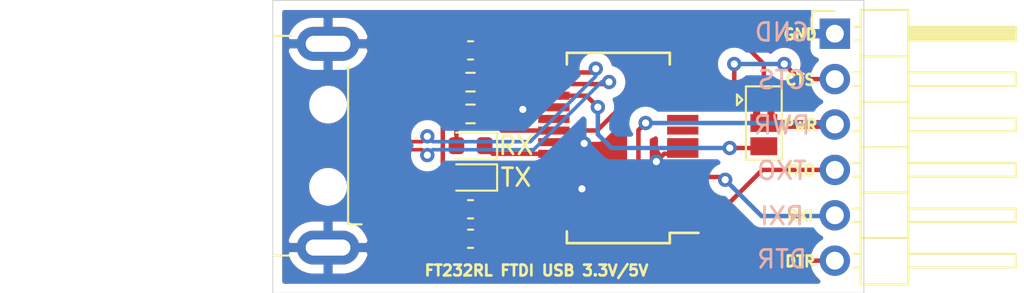
<source format=kicad_pcb>
(kicad_pcb (version 20171130) (host pcbnew "(5.1.12)-1")

  (general
    (thickness 1.6)
    (drawings 19)
    (tracks 112)
    (zones 0)
    (modules 11)
    (nets 16)
  )

  (page A4)
  (layers
    (0 F.Cu signal)
    (31 B.Cu signal)
    (32 B.Adhes user)
    (33 F.Adhes user)
    (34 B.Paste user)
    (35 F.Paste user)
    (36 B.SilkS user hide)
    (37 F.SilkS user)
    (38 B.Mask user)
    (39 F.Mask user)
    (40 Dwgs.User user)
    (41 Cmts.User user)
    (42 Eco1.User user)
    (43 Eco2.User user)
    (44 Edge.Cuts user)
    (45 Margin user)
    (46 B.CrtYd user hide)
    (47 F.CrtYd user hide)
    (48 B.Fab user)
    (49 F.Fab user)
  )

  (setup
    (last_trace_width 0.25)
    (trace_clearance 0.2)
    (zone_clearance 0.508)
    (zone_45_only no)
    (trace_min 0.2)
    (via_size 0.8)
    (via_drill 0.4)
    (via_min_size 0.4)
    (via_min_drill 0.3)
    (uvia_size 0.3)
    (uvia_drill 0.1)
    (uvias_allowed no)
    (uvia_min_size 0.2)
    (uvia_min_drill 0.1)
    (edge_width 0.05)
    (segment_width 0.2)
    (pcb_text_width 0.3)
    (pcb_text_size 1.5 1.5)
    (mod_edge_width 0.12)
    (mod_text_size 1 1)
    (mod_text_width 0.15)
    (pad_size 1.524 1.524)
    (pad_drill 0.762)
    (pad_to_mask_clearance 0)
    (aux_axis_origin 0 0)
    (visible_elements 7FFFFF7F)
    (pcbplotparams
      (layerselection 0x010fc_ffffffff)
      (usegerberextensions false)
      (usegerberattributes true)
      (usegerberadvancedattributes true)
      (creategerberjobfile true)
      (excludeedgelayer true)
      (linewidth 0.100000)
      (plotframeref false)
      (viasonmask false)
      (mode 1)
      (useauxorigin false)
      (hpglpennumber 1)
      (hpglpenspeed 20)
      (hpglpendiameter 15.000000)
      (psnegative false)
      (psa4output false)
      (plotreference true)
      (plotvalue true)
      (plotinvisibletext false)
      (padsonsilk false)
      (subtractmaskfromsilk false)
      (outputformat 1)
      (mirror false)
      (drillshape 1)
      (scaleselection 1)
      (outputdirectory ""))
  )

  (net 0 "")
  (net 1 GND)
  (net 2 /VBUS)
  (net 3 +3V3)
  (net 4 "Net-(D1-Pad2)")
  (net 5 "Net-(D2-Pad2)")
  (net 6 /D+)
  (net 7 /D-)
  (net 8 /DTR)
  (net 9 /RXI)
  (net 10 /TXO)
  (net 11 /PWR)
  (net 12 /CTS)
  (net 13 +5V)
  (net 14 /TX_LED)
  (net 15 /RX_LED)

  (net_class Default "This is the default net class."
    (clearance 0.2)
    (trace_width 0.25)
    (via_dia 0.8)
    (via_drill 0.4)
    (uvia_dia 0.3)
    (uvia_drill 0.1)
    (add_net +3V3)
    (add_net +5V)
    (add_net /CTS)
    (add_net /D+)
    (add_net /D-)
    (add_net /DTR)
    (add_net /PWR)
    (add_net /RXI)
    (add_net /RX_LED)
    (add_net /TXO)
    (add_net /TX_LED)
    (add_net /VBUS)
    (add_net GND)
    (add_net "Net-(D1-Pad2)")
    (add_net "Net-(D2-Pad2)")
  )

  (module Connector_USB:USB_A_CNCTech_1001-011-01101_Horizontal (layer F.Cu) (tedit 61FFD232) (tstamp 61AF1235)
    (at 99.695 87.757 180)
    (descr "USB type A Plug, Horizontal, http://cnctech.us/pdfs/1001-011-01101.pdf")
    (tags USB-A)
    (path /6205451F)
    (attr smd)
    (fp_text reference J1 (at -6.9 -8 180) (layer F.SilkS) hide
      (effects (font (size 1 1) (thickness 0.15)))
    )
    (fp_text value USB_A (at 0 8) (layer F.Fab) hide
      (effects (font (size 1 1) (thickness 0.15)))
    )
    (fp_line (start -7.25 -4) (end -7.25 -3.05) (layer F.Fab) (width 0.1))
    (fp_line (start -7.75 -3.5) (end -7.25 -4) (layer F.Fab) (width 0.1))
    (fp_line (start -7.75 -3.5) (end -7.25 -3) (layer F.Fab) (width 0.1))
    (fp_line (start -8.02 -4.4) (end -8.775 -4.4) (layer F.SilkS) (width 0.12))
    (fp_line (start -11.4 4.55) (end -9.15 4.55) (layer F.CrtYd) (width 0.05))
    (fp_line (start -9.15 4.55) (end -9.15 7.15) (layer F.CrtYd) (width 0.05))
    (fp_line (start -9.15 7.15) (end -4.65 7.15) (layer F.CrtYd) (width 0.05))
    (fp_line (start -4.65 7.15) (end -4.65 6.52) (layer F.CrtYd) (width 0.05))
    (fp_line (start -4.65 6.52) (end 11.4 6.52) (layer F.CrtYd) (width 0.05))
    (fp_line (start 11.4 6.52) (end 11.4 -6.52) (layer F.CrtYd) (width 0.05))
    (fp_line (start -4.65 -6.52) (end 11.4 -6.52) (layer F.CrtYd) (width 0.05))
    (fp_line (start -4.65 -6.52) (end -4.65 -7.15) (layer F.CrtYd) (width 0.05))
    (fp_line (start -9.15 -7.15) (end -4.65 -7.15) (layer F.CrtYd) (width 0.05))
    (fp_line (start -9.15 -7.15) (end -9.15 -4.55) (layer F.CrtYd) (width 0.05))
    (fp_line (start -11.4 -4.55) (end -9.15 -4.55) (layer F.CrtYd) (width 0.05))
    (fp_line (start -11.4 4.55) (end -11.4 -4.55) (layer F.CrtYd) (width 0.05))
    (fp_line (start -4.85 6.145) (end -3.8 6.145) (layer F.SilkS) (width 0.12))
    (fp_line (start -4.85 -6.145) (end -3.8 -6.145) (layer F.SilkS) (width 0.12))
    (fp_line (start -3.8 6.025) (end -3.8 -6.025) (layer Dwgs.User) (width 0.1))
    (fp_line (start -8.02 -4.4) (end -8.02 4.4) (layer F.SilkS) (width 0.12))
    (fp_circle (center -6.9 2.3) (end -6.9 2.8) (layer F.Fab) (width 0.1))
    (fp_circle (center -6.9 -2.3) (end -6.9 -2.8) (layer F.Fab) (width 0.1))
    (fp_line (start -10.4 -3.25) (end -7.9 -3.25) (layer F.Fab) (width 0.1))
    (fp_line (start -10.4 -3.25) (end -10.4 -3.75) (layer F.Fab) (width 0.1))
    (fp_line (start -10.4 -3.75) (end -7.9 -3.75) (layer F.Fab) (width 0.1))
    (fp_line (start -10.4 -1.25) (end -7.9 -1.25) (layer F.Fab) (width 0.1))
    (fp_line (start -10.4 -0.75) (end -7.9 -0.75) (layer F.Fab) (width 0.1))
    (fp_line (start -10.4 -0.75) (end -10.4 -1.25) (layer F.Fab) (width 0.1))
    (fp_line (start -10.4 1.25) (end -7.9 1.25) (layer F.Fab) (width 0.1))
    (fp_line (start -10.4 1.25) (end -10.4 0.75) (layer F.Fab) (width 0.1))
    (fp_line (start -10.4 0.75) (end -7.9 0.75) (layer F.Fab) (width 0.1))
    (fp_line (start -10.4 3.75) (end -7.9 3.75) (layer F.Fab) (width 0.1))
    (fp_line (start -10.4 3.25) (end -7.9 3.25) (layer F.Fab) (width 0.1))
    (fp_line (start -10.4 3.75) (end -10.4 3.25) (layer F.Fab) (width 0.1))
    (fp_line (start 10.9 6.025) (end 10.9 -6.025) (layer F.Fab) (width 0.1))
    (fp_line (start -7.9 6.025) (end 10.9 6.025) (layer F.Fab) (width 0.1))
    (fp_line (start -7.9 -6.025) (end 10.9 -6.025) (layer F.Fab) (width 0.1))
    (fp_line (start -7.9 6.025) (end -7.9 -6.025) (layer F.Fab) (width 0.1))
    (fp_text user %R (at -6 0 270) (layer F.Fab)
      (effects (font (size 1 1) (thickness 0.15)))
    )
    (fp_text user "PCB Edge" (at -4.55 -0.05 270) (layer Dwgs.User)
      (effects (font (size 0.6 0.6) (thickness 0.09)))
    )
    (pad "" np_thru_hole circle (at -6.9 2.3 180) (size 1.1 1.1) (drill 1.1) (layers *.Cu *.Mask))
    (pad "" np_thru_hole circle (at -6.9 -2.3 180) (size 1.1 1.1) (drill 1.1) (layers *.Cu *.Mask))
    (pad 5 thru_hole oval (at -6.9 5.7 180) (size 3.5 1.9) (drill oval 2.5 0.9) (layers *.Cu *.Mask)
      (net 1 GND))
    (pad 5 thru_hole oval (at -6.9 -5.7 180) (size 3.5 1.9) (drill oval 2.5 0.9) (layers *.Cu *.Mask)
      (net 1 GND))
    (pad 4 smd rect (at -9.65 3.5 180) (size 2.5 1.1) (layers F.Cu F.Paste F.Mask)
      (net 1 GND))
    (pad 1 smd rect (at -9.65 -3.5 180) (size 2.5 1.1) (layers F.Cu F.Paste F.Mask)
      (net 2 /VBUS))
    (pad 3 smd rect (at -9.65 1 180) (size 2.5 1.1) (layers F.Cu F.Paste F.Mask)
      (net 6 /D+))
    (pad 2 smd rect (at -9.65 -1 180) (size 2.5 1.1) (layers F.Cu F.Paste F.Mask)
      (net 7 /D-))
    (model ${KISYS3DMOD}/Connector_USB.3dshapes/USB_A_CNCTech_1001-011-01101_Horizontal.wrl
      (offset (xyz -4.5 0 0))
      (scale (xyz 1 1 1))
      (rotate (xyz 0 0 0))
    )
    (model "G:/Microcontroller/KiCad Projects/Third party Librabry/USB_A_CNCTech_1001-011-01101_Horizontal/1002-016-01101 3D.STP"
      (offset (xyz 11 0 1))
      (scale (xyz 1 1 1))
      (rotate (xyz -90 0 -90))
    )
  )

  (module Package_SO:SSOP-28_5.3x10.2mm_P0.65mm (layer F.Cu) (tedit 5A02F25C) (tstamp 61AF1303)
    (at 122.809 87.884 180)
    (descr "28-Lead Plastic Shrink Small Outline (SS)-5.30 mm Body [SSOP] (see Microchip Packaging Specification 00000049BS.pdf)")
    (tags "SSOP 0.65")
    (path /620575BF)
    (attr smd)
    (fp_text reference U1 (at 0 -6.25) (layer F.SilkS) hide
      (effects (font (size 1 1) (thickness 0.15)))
    )
    (fp_text value FT232RL (at 0 6.25) (layer F.Fab) hide
      (effects (font (size 1 1) (thickness 0.15)))
    )
    (fp_line (start -2.875 -4.75) (end -4.475 -4.75) (layer F.SilkS) (width 0.15))
    (fp_line (start -2.875 5.325) (end 2.875 5.325) (layer F.SilkS) (width 0.15))
    (fp_line (start -2.875 -5.325) (end 2.875 -5.325) (layer F.SilkS) (width 0.15))
    (fp_line (start -2.875 5.325) (end -2.875 4.675) (layer F.SilkS) (width 0.15))
    (fp_line (start 2.875 5.325) (end 2.875 4.675) (layer F.SilkS) (width 0.15))
    (fp_line (start 2.875 -5.325) (end 2.875 -4.675) (layer F.SilkS) (width 0.15))
    (fp_line (start -2.875 -5.325) (end -2.875 -4.75) (layer F.SilkS) (width 0.15))
    (fp_line (start -4.75 5.5) (end 4.75 5.5) (layer F.CrtYd) (width 0.05))
    (fp_line (start -4.75 -5.5) (end 4.75 -5.5) (layer F.CrtYd) (width 0.05))
    (fp_line (start 4.75 -5.5) (end 4.75 5.5) (layer F.CrtYd) (width 0.05))
    (fp_line (start -4.75 -5.5) (end -4.75 5.5) (layer F.CrtYd) (width 0.05))
    (fp_line (start -2.65 -4.1) (end -1.65 -5.1) (layer F.Fab) (width 0.15))
    (fp_line (start -2.65 5.1) (end -2.65 -4.1) (layer F.Fab) (width 0.15))
    (fp_line (start 2.65 5.1) (end -2.65 5.1) (layer F.Fab) (width 0.15))
    (fp_line (start 2.65 -5.1) (end 2.65 5.1) (layer F.Fab) (width 0.15))
    (fp_line (start -1.65 -5.1) (end 2.65 -5.1) (layer F.Fab) (width 0.15))
    (fp_text user %R (at 0 0) (layer F.Fab)
      (effects (font (size 0.8 0.8) (thickness 0.15)))
    )
    (pad 28 smd rect (at 3.6 -4.225 180) (size 1.75 0.45) (layers F.Cu F.Paste F.Mask))
    (pad 27 smd rect (at 3.6 -3.575 180) (size 1.75 0.45) (layers F.Cu F.Paste F.Mask))
    (pad 26 smd rect (at 3.6 -2.925 180) (size 1.75 0.45) (layers F.Cu F.Paste F.Mask)
      (net 1 GND))
    (pad 25 smd rect (at 3.6 -2.275 180) (size 1.75 0.45) (layers F.Cu F.Paste F.Mask)
      (net 1 GND))
    (pad 24 smd rect (at 3.6 -1.625 180) (size 1.75 0.45) (layers F.Cu F.Paste F.Mask))
    (pad 23 smd rect (at 3.6 -0.975 180) (size 1.75 0.45) (layers F.Cu F.Paste F.Mask)
      (net 14 /TX_LED))
    (pad 22 smd rect (at 3.6 -0.325 180) (size 1.75 0.45) (layers F.Cu F.Paste F.Mask)
      (net 15 /RX_LED))
    (pad 21 smd rect (at 3.6 0.325 180) (size 1.75 0.45) (layers F.Cu F.Paste F.Mask)
      (net 1 GND))
    (pad 20 smd rect (at 3.6 0.975 180) (size 1.75 0.45) (layers F.Cu F.Paste F.Mask)
      (net 13 +5V))
    (pad 19 smd rect (at 3.6 1.625 180) (size 1.75 0.45) (layers F.Cu F.Paste F.Mask))
    (pad 18 smd rect (at 3.6 2.275 180) (size 1.75 0.45) (layers F.Cu F.Paste F.Mask)
      (net 1 GND))
    (pad 17 smd rect (at 3.6 2.925 180) (size 1.75 0.45) (layers F.Cu F.Paste F.Mask)
      (net 3 +3V3))
    (pad 16 smd rect (at 3.6 3.575 180) (size 1.75 0.45) (layers F.Cu F.Paste F.Mask)
      (net 7 /D-))
    (pad 15 smd rect (at 3.6 4.225 180) (size 1.75 0.45) (layers F.Cu F.Paste F.Mask)
      (net 6 /D+))
    (pad 14 smd rect (at -3.6 4.225 180) (size 1.75 0.45) (layers F.Cu F.Paste F.Mask))
    (pad 13 smd rect (at -3.6 3.575 180) (size 1.75 0.45) (layers F.Cu F.Paste F.Mask))
    (pad 12 smd rect (at -3.6 2.925 180) (size 1.75 0.45) (layers F.Cu F.Paste F.Mask))
    (pad 11 smd rect (at -3.6 2.275 180) (size 1.75 0.45) (layers F.Cu F.Paste F.Mask)
      (net 12 /CTS))
    (pad 10 smd rect (at -3.6 1.625 180) (size 1.75 0.45) (layers F.Cu F.Paste F.Mask))
    (pad 9 smd rect (at -3.6 0.975 180) (size 1.75 0.45) (layers F.Cu F.Paste F.Mask))
    (pad 8 smd rect (at -3.6 0.325 180) (size 1.75 0.45) (layers F.Cu F.Paste F.Mask))
    (pad 7 smd rect (at -3.6 -0.325 180) (size 1.75 0.45) (layers F.Cu F.Paste F.Mask)
      (net 1 GND))
    (pad 6 smd rect (at -3.6 -0.975 180) (size 1.75 0.45) (layers F.Cu F.Paste F.Mask))
    (pad 5 smd rect (at -3.6 -1.625 180) (size 1.75 0.45) (layers F.Cu F.Paste F.Mask)
      (net 9 /RXI))
    (pad 4 smd rect (at -3.6 -2.275 180) (size 1.75 0.45) (layers F.Cu F.Paste F.Mask)
      (net 11 /PWR))
    (pad 3 smd rect (at -3.6 -2.925 180) (size 1.75 0.45) (layers F.Cu F.Paste F.Mask))
    (pad 2 smd rect (at -3.6 -3.575 180) (size 1.75 0.45) (layers F.Cu F.Paste F.Mask)
      (net 8 /DTR))
    (pad 1 smd rect (at -3.6 -4.225 180) (size 1.75 0.45) (layers F.Cu F.Paste F.Mask)
      (net 10 /TXO))
    (model ${KISYS3DMOD}/Package_SO.3dshapes/SSOP-28_5.3x10.2mm_P0.65mm.wrl
      (at (xyz 0 0 0))
      (scale (xyz 1 1 1))
      (rotate (xyz 0 0 0))
    )
  )

  (module Resistor_SMD:R_0603_1608Metric (layer F.Cu) (tedit 5F68FEEE) (tstamp 61AF12D2)
    (at 114.554 85.979 180)
    (descr "Resistor SMD 0603 (1608 Metric), square (rectangular) end terminal, IPC_7351 nominal, (Body size source: IPC-SM-782 page 72, https://www.pcb-3d.com/wordpress/wp-content/uploads/ipc-sm-782a_amendment_1_and_2.pdf), generated with kicad-footprint-generator")
    (tags resistor)
    (path /61AF3027)
    (attr smd)
    (fp_text reference R2 (at 0 -1.43) (layer F.SilkS) hide
      (effects (font (size 1 1) (thickness 0.15)))
    )
    (fp_text value 1K (at 0 1.43) (layer F.Fab) hide
      (effects (font (size 1 1) (thickness 0.15)))
    )
    (fp_line (start 1.48 0.73) (end -1.48 0.73) (layer F.CrtYd) (width 0.05))
    (fp_line (start 1.48 -0.73) (end 1.48 0.73) (layer F.CrtYd) (width 0.05))
    (fp_line (start -1.48 -0.73) (end 1.48 -0.73) (layer F.CrtYd) (width 0.05))
    (fp_line (start -1.48 0.73) (end -1.48 -0.73) (layer F.CrtYd) (width 0.05))
    (fp_line (start -0.237258 0.5225) (end 0.237258 0.5225) (layer F.SilkS) (width 0.12))
    (fp_line (start -0.237258 -0.5225) (end 0.237258 -0.5225) (layer F.SilkS) (width 0.12))
    (fp_line (start 0.8 0.4125) (end -0.8 0.4125) (layer F.Fab) (width 0.1))
    (fp_line (start 0.8 -0.4125) (end 0.8 0.4125) (layer F.Fab) (width 0.1))
    (fp_line (start -0.8 -0.4125) (end 0.8 -0.4125) (layer F.Fab) (width 0.1))
    (fp_line (start -0.8 0.4125) (end -0.8 -0.4125) (layer F.Fab) (width 0.1))
    (fp_text user %R (at 0 0) (layer F.Fab) hide
      (effects (font (size 0.4 0.4) (thickness 0.06)))
    )
    (pad 2 smd roundrect (at 0.825 0 180) (size 0.8 0.95) (layers F.Cu F.Paste F.Mask) (roundrect_rratio 0.25)
      (net 5 "Net-(D2-Pad2)"))
    (pad 1 smd roundrect (at -0.825 0 180) (size 0.8 0.95) (layers F.Cu F.Paste F.Mask) (roundrect_rratio 0.25)
      (net 13 +5V))
    (model ${KISYS3DMOD}/Resistor_SMD.3dshapes/R_0603_1608Metric.wrl
      (at (xyz 0 0 0))
      (scale (xyz 1 1 1))
      (rotate (xyz 0 0 0))
    )
  )

  (module Resistor_SMD:R_0603_1608Metric (layer F.Cu) (tedit 5F68FEEE) (tstamp 61AF12C1)
    (at 114.554 84.201 180)
    (descr "Resistor SMD 0603 (1608 Metric), square (rectangular) end terminal, IPC_7351 nominal, (Body size source: IPC-SM-782 page 72, https://www.pcb-3d.com/wordpress/wp-content/uploads/ipc-sm-782a_amendment_1_and_2.pdf), generated with kicad-footprint-generator")
    (tags resistor)
    (path /62055168)
    (attr smd)
    (fp_text reference R1 (at 0 -1.43) (layer F.SilkS) hide
      (effects (font (size 1 1) (thickness 0.15)))
    )
    (fp_text value 1K (at 0 1.43) (layer F.Fab) hide
      (effects (font (size 1 1) (thickness 0.15)))
    )
    (fp_line (start 1.48 0.73) (end -1.48 0.73) (layer F.CrtYd) (width 0.05))
    (fp_line (start 1.48 -0.73) (end 1.48 0.73) (layer F.CrtYd) (width 0.05))
    (fp_line (start -1.48 -0.73) (end 1.48 -0.73) (layer F.CrtYd) (width 0.05))
    (fp_line (start -1.48 0.73) (end -1.48 -0.73) (layer F.CrtYd) (width 0.05))
    (fp_line (start -0.237258 0.5225) (end 0.237258 0.5225) (layer F.SilkS) (width 0.12))
    (fp_line (start -0.237258 -0.5225) (end 0.237258 -0.5225) (layer F.SilkS) (width 0.12))
    (fp_line (start 0.8 0.4125) (end -0.8 0.4125) (layer F.Fab) (width 0.1))
    (fp_line (start 0.8 -0.4125) (end 0.8 0.4125) (layer F.Fab) (width 0.1))
    (fp_line (start -0.8 -0.4125) (end 0.8 -0.4125) (layer F.Fab) (width 0.1))
    (fp_line (start -0.8 0.4125) (end -0.8 -0.4125) (layer F.Fab) (width 0.1))
    (fp_text user %R (at 0 0) (layer F.Fab)
      (effects (font (size 0.4 0.4) (thickness 0.06)))
    )
    (pad 2 smd roundrect (at 0.825 0 180) (size 0.8 0.95) (layers F.Cu F.Paste F.Mask) (roundrect_rratio 0.25)
      (net 4 "Net-(D1-Pad2)"))
    (pad 1 smd roundrect (at -0.825 0 180) (size 0.8 0.95) (layers F.Cu F.Paste F.Mask) (roundrect_rratio 0.25)
      (net 13 +5V))
    (model ${KISYS3DMOD}/Resistor_SMD.3dshapes/R_0603_1608Metric.wrl
      (at (xyz 0 0 0))
      (scale (xyz 1 1 1))
      (rotate (xyz 0 0 0))
    )
  )

  (module Jumper:SolderJumper-3_P1.3mm_Bridged2Bar12_Pad1.0x1.5mm (layer F.Cu) (tedit 5C756AFF) (tstamp 61AF12B0)
    (at 130.937 86.487 270)
    (descr "SMD Solder 3-pad Jumper, 1x1.5mm Pads, 0.3mm gap, pads 1-2 Bridged2Bar with 2 copper strip")
    (tags "solder jumper open")
    (path /62055EAC)
    (attr virtual)
    (fp_text reference JP1 (at 0 -1.8 90) (layer F.SilkS) hide
      (effects (font (size 1 1) (thickness 0.15)))
    )
    (fp_text value SolderJumper_3_Bridged12 (at 0 2 90) (layer F.Fab) hide
      (effects (font (size 1 1) (thickness 0.15)))
    )
    (fp_poly (pts (xy -0.9 0.2) (xy -0.4 0.2) (xy -0.4 0.6) (xy -0.9 0.6)) (layer F.Cu) (width 0))
    (fp_poly (pts (xy -0.9 -0.6) (xy -0.4 -0.6) (xy -0.4 -0.2) (xy -0.9 -0.2)) (layer F.Cu) (width 0))
    (fp_line (start 2.3 1.25) (end -2.3 1.25) (layer F.CrtYd) (width 0.05))
    (fp_line (start 2.3 1.25) (end 2.3 -1.25) (layer F.CrtYd) (width 0.05))
    (fp_line (start -2.3 -1.25) (end -2.3 1.25) (layer F.CrtYd) (width 0.05))
    (fp_line (start -2.3 -1.25) (end 2.3 -1.25) (layer F.CrtYd) (width 0.05))
    (fp_line (start -2.05 -1) (end 2.05 -1) (layer F.SilkS) (width 0.12))
    (fp_line (start 2.05 -1) (end 2.05 1) (layer F.SilkS) (width 0.12))
    (fp_line (start 2.05 1) (end -2.05 1) (layer F.SilkS) (width 0.12))
    (fp_line (start -2.05 1) (end -2.05 -1) (layer F.SilkS) (width 0.12))
    (fp_line (start -1.3 1.2) (end -1.6 1.5) (layer F.SilkS) (width 0.12))
    (fp_line (start -1.6 1.5) (end -1 1.5) (layer F.SilkS) (width 0.12))
    (fp_line (start -1.3 1.2) (end -1 1.5) (layer F.SilkS) (width 0.12))
    (pad 2 smd rect (at 0 0 270) (size 1 1.5) (layers F.Cu F.Mask)
      (net 11 /PWR))
    (pad 3 smd rect (at 1.3 0 270) (size 1 1.5) (layers F.Cu F.Mask)
      (net 3 +3V3))
    (pad 1 smd rect (at -1.3 0 270) (size 1 1.5) (layers F.Cu F.Mask)
      (net 13 +5V))
  )

  (module Connector_PinHeader_2.54mm:PinHeader_1x06_P2.54mm_Horizontal (layer F.Cu) (tedit 59FED5CB) (tstamp 61AF129C)
    (at 134.905 81.49)
    (descr "Through hole angled pin header, 1x06, 2.54mm pitch, 6mm pin length, single row")
    (tags "Through hole angled pin header THT 1x06 2.54mm single row")
    (path /62056806)
    (fp_text reference J2 (at 4.385 -2.27) (layer F.SilkS) hide
      (effects (font (size 1 1) (thickness 0.15)))
    )
    (fp_text value Conn_01x06 (at 4.385 14.97) (layer F.Fab) hide
      (effects (font (size 1 1) (thickness 0.15)))
    )
    (fp_line (start 10.55 -1.8) (end -1.8 -1.8) (layer F.CrtYd) (width 0.05))
    (fp_line (start 10.55 14.5) (end 10.55 -1.8) (layer F.CrtYd) (width 0.05))
    (fp_line (start -1.8 14.5) (end 10.55 14.5) (layer F.CrtYd) (width 0.05))
    (fp_line (start -1.8 -1.8) (end -1.8 14.5) (layer F.CrtYd) (width 0.05))
    (fp_line (start -1.27 -1.27) (end 0 -1.27) (layer F.SilkS) (width 0.12))
    (fp_line (start -1.27 0) (end -1.27 -1.27) (layer F.SilkS) (width 0.12))
    (fp_line (start 1.042929 13.08) (end 1.44 13.08) (layer F.SilkS) (width 0.12))
    (fp_line (start 1.042929 12.32) (end 1.44 12.32) (layer F.SilkS) (width 0.12))
    (fp_line (start 10.1 13.08) (end 4.1 13.08) (layer F.SilkS) (width 0.12))
    (fp_line (start 10.1 12.32) (end 10.1 13.08) (layer F.SilkS) (width 0.12))
    (fp_line (start 4.1 12.32) (end 10.1 12.32) (layer F.SilkS) (width 0.12))
    (fp_line (start 1.44 11.43) (end 4.1 11.43) (layer F.SilkS) (width 0.12))
    (fp_line (start 1.042929 10.54) (end 1.44 10.54) (layer F.SilkS) (width 0.12))
    (fp_line (start 1.042929 9.78) (end 1.44 9.78) (layer F.SilkS) (width 0.12))
    (fp_line (start 10.1 10.54) (end 4.1 10.54) (layer F.SilkS) (width 0.12))
    (fp_line (start 10.1 9.78) (end 10.1 10.54) (layer F.SilkS) (width 0.12))
    (fp_line (start 4.1 9.78) (end 10.1 9.78) (layer F.SilkS) (width 0.12))
    (fp_line (start 1.44 8.89) (end 4.1 8.89) (layer F.SilkS) (width 0.12))
    (fp_line (start 1.042929 8) (end 1.44 8) (layer F.SilkS) (width 0.12))
    (fp_line (start 1.042929 7.24) (end 1.44 7.24) (layer F.SilkS) (width 0.12))
    (fp_line (start 10.1 8) (end 4.1 8) (layer F.SilkS) (width 0.12))
    (fp_line (start 10.1 7.24) (end 10.1 8) (layer F.SilkS) (width 0.12))
    (fp_line (start 4.1 7.24) (end 10.1 7.24) (layer F.SilkS) (width 0.12))
    (fp_line (start 1.44 6.35) (end 4.1 6.35) (layer F.SilkS) (width 0.12))
    (fp_line (start 1.042929 5.46) (end 1.44 5.46) (layer F.SilkS) (width 0.12))
    (fp_line (start 1.042929 4.7) (end 1.44 4.7) (layer F.SilkS) (width 0.12))
    (fp_line (start 10.1 5.46) (end 4.1 5.46) (layer F.SilkS) (width 0.12))
    (fp_line (start 10.1 4.7) (end 10.1 5.46) (layer F.SilkS) (width 0.12))
    (fp_line (start 4.1 4.7) (end 10.1 4.7) (layer F.SilkS) (width 0.12))
    (fp_line (start 1.44 3.81) (end 4.1 3.81) (layer F.SilkS) (width 0.12))
    (fp_line (start 1.042929 2.92) (end 1.44 2.92) (layer F.SilkS) (width 0.12))
    (fp_line (start 1.042929 2.16) (end 1.44 2.16) (layer F.SilkS) (width 0.12))
    (fp_line (start 10.1 2.92) (end 4.1 2.92) (layer F.SilkS) (width 0.12))
    (fp_line (start 10.1 2.16) (end 10.1 2.92) (layer F.SilkS) (width 0.12))
    (fp_line (start 4.1 2.16) (end 10.1 2.16) (layer F.SilkS) (width 0.12))
    (fp_line (start 1.44 1.27) (end 4.1 1.27) (layer F.SilkS) (width 0.12))
    (fp_line (start 1.11 0.38) (end 1.44 0.38) (layer F.SilkS) (width 0.12))
    (fp_line (start 1.11 -0.38) (end 1.44 -0.38) (layer F.SilkS) (width 0.12))
    (fp_line (start 4.1 0.28) (end 10.1 0.28) (layer F.SilkS) (width 0.12))
    (fp_line (start 4.1 0.16) (end 10.1 0.16) (layer F.SilkS) (width 0.12))
    (fp_line (start 4.1 0.04) (end 10.1 0.04) (layer F.SilkS) (width 0.12))
    (fp_line (start 4.1 -0.08) (end 10.1 -0.08) (layer F.SilkS) (width 0.12))
    (fp_line (start 4.1 -0.2) (end 10.1 -0.2) (layer F.SilkS) (width 0.12))
    (fp_line (start 4.1 -0.32) (end 10.1 -0.32) (layer F.SilkS) (width 0.12))
    (fp_line (start 10.1 0.38) (end 4.1 0.38) (layer F.SilkS) (width 0.12))
    (fp_line (start 10.1 -0.38) (end 10.1 0.38) (layer F.SilkS) (width 0.12))
    (fp_line (start 4.1 -0.38) (end 10.1 -0.38) (layer F.SilkS) (width 0.12))
    (fp_line (start 4.1 -1.33) (end 1.44 -1.33) (layer F.SilkS) (width 0.12))
    (fp_line (start 4.1 14.03) (end 4.1 -1.33) (layer F.SilkS) (width 0.12))
    (fp_line (start 1.44 14.03) (end 4.1 14.03) (layer F.SilkS) (width 0.12))
    (fp_line (start 1.44 -1.33) (end 1.44 14.03) (layer F.SilkS) (width 0.12))
    (fp_line (start 4.04 13.02) (end 10.04 13.02) (layer F.Fab) (width 0.1))
    (fp_line (start 10.04 12.38) (end 10.04 13.02) (layer F.Fab) (width 0.1))
    (fp_line (start 4.04 12.38) (end 10.04 12.38) (layer F.Fab) (width 0.1))
    (fp_line (start -0.32 13.02) (end 1.5 13.02) (layer F.Fab) (width 0.1))
    (fp_line (start -0.32 12.38) (end -0.32 13.02) (layer F.Fab) (width 0.1))
    (fp_line (start -0.32 12.38) (end 1.5 12.38) (layer F.Fab) (width 0.1))
    (fp_line (start 4.04 10.48) (end 10.04 10.48) (layer F.Fab) (width 0.1))
    (fp_line (start 10.04 9.84) (end 10.04 10.48) (layer F.Fab) (width 0.1))
    (fp_line (start 4.04 9.84) (end 10.04 9.84) (layer F.Fab) (width 0.1))
    (fp_line (start -0.32 10.48) (end 1.5 10.48) (layer F.Fab) (width 0.1))
    (fp_line (start -0.32 9.84) (end -0.32 10.48) (layer F.Fab) (width 0.1))
    (fp_line (start -0.32 9.84) (end 1.5 9.84) (layer F.Fab) (width 0.1))
    (fp_line (start 4.04 7.94) (end 10.04 7.94) (layer F.Fab) (width 0.1))
    (fp_line (start 10.04 7.3) (end 10.04 7.94) (layer F.Fab) (width 0.1))
    (fp_line (start 4.04 7.3) (end 10.04 7.3) (layer F.Fab) (width 0.1))
    (fp_line (start -0.32 7.94) (end 1.5 7.94) (layer F.Fab) (width 0.1))
    (fp_line (start -0.32 7.3) (end -0.32 7.94) (layer F.Fab) (width 0.1))
    (fp_line (start -0.32 7.3) (end 1.5 7.3) (layer F.Fab) (width 0.1))
    (fp_line (start 4.04 5.4) (end 10.04 5.4) (layer F.Fab) (width 0.1))
    (fp_line (start 10.04 4.76) (end 10.04 5.4) (layer F.Fab) (width 0.1))
    (fp_line (start 4.04 4.76) (end 10.04 4.76) (layer F.Fab) (width 0.1))
    (fp_line (start -0.32 5.4) (end 1.5 5.4) (layer F.Fab) (width 0.1))
    (fp_line (start -0.32 4.76) (end -0.32 5.4) (layer F.Fab) (width 0.1))
    (fp_line (start -0.32 4.76) (end 1.5 4.76) (layer F.Fab) (width 0.1))
    (fp_line (start 4.04 2.86) (end 10.04 2.86) (layer F.Fab) (width 0.1))
    (fp_line (start 10.04 2.22) (end 10.04 2.86) (layer F.Fab) (width 0.1))
    (fp_line (start 4.04 2.22) (end 10.04 2.22) (layer F.Fab) (width 0.1))
    (fp_line (start -0.32 2.86) (end 1.5 2.86) (layer F.Fab) (width 0.1))
    (fp_line (start -0.32 2.22) (end -0.32 2.86) (layer F.Fab) (width 0.1))
    (fp_line (start -0.32 2.22) (end 1.5 2.22) (layer F.Fab) (width 0.1))
    (fp_line (start 4.04 0.32) (end 10.04 0.32) (layer F.Fab) (width 0.1))
    (fp_line (start 10.04 -0.32) (end 10.04 0.32) (layer F.Fab) (width 0.1))
    (fp_line (start 4.04 -0.32) (end 10.04 -0.32) (layer F.Fab) (width 0.1))
    (fp_line (start -0.32 0.32) (end 1.5 0.32) (layer F.Fab) (width 0.1))
    (fp_line (start -0.32 -0.32) (end -0.32 0.32) (layer F.Fab) (width 0.1))
    (fp_line (start -0.32 -0.32) (end 1.5 -0.32) (layer F.Fab) (width 0.1))
    (fp_line (start 1.5 -0.635) (end 2.135 -1.27) (layer F.Fab) (width 0.1))
    (fp_line (start 1.5 13.97) (end 1.5 -0.635) (layer F.Fab) (width 0.1))
    (fp_line (start 4.04 13.97) (end 1.5 13.97) (layer F.Fab) (width 0.1))
    (fp_line (start 4.04 -1.27) (end 4.04 13.97) (layer F.Fab) (width 0.1))
    (fp_line (start 2.135 -1.27) (end 4.04 -1.27) (layer F.Fab) (width 0.1))
    (fp_text user %R (at 2.77 6.35 90) (layer F.Fab) hide
      (effects (font (size 1 1) (thickness 0.15)))
    )
    (pad 6 thru_hole oval (at 0 12.7) (size 1.7 1.7) (drill 1) (layers *.Cu *.Mask)
      (net 8 /DTR))
    (pad 5 thru_hole oval (at 0 10.16) (size 1.7 1.7) (drill 1) (layers *.Cu *.Mask)
      (net 9 /RXI))
    (pad 4 thru_hole oval (at 0 7.62) (size 1.7 1.7) (drill 1) (layers *.Cu *.Mask)
      (net 10 /TXO))
    (pad 3 thru_hole oval (at 0 5.08) (size 1.7 1.7) (drill 1) (layers *.Cu *.Mask)
      (net 11 /PWR))
    (pad 2 thru_hole oval (at 0 2.54) (size 1.7 1.7) (drill 1) (layers *.Cu *.Mask)
      (net 12 /CTS))
    (pad 1 thru_hole rect (at 0 0) (size 1.7 1.7) (drill 1) (layers *.Cu *.Mask)
      (net 1 GND))
    (model ${KISYS3DMOD}/Connector_PinHeader_2.54mm.3dshapes/PinHeader_1x06_P2.54mm_Horizontal.wrl
      (at (xyz 0 0 0))
      (scale (xyz 1 1 1))
      (rotate (xyz 0 0 0))
    )
  )

  (module LED_SMD:LED_0603_1608Metric (layer F.Cu) (tedit 5F68FEF1) (tstamp 61AF1201)
    (at 114.554 87.757 180)
    (descr "LED SMD 0603 (1608 Metric), square (rectangular) end terminal, IPC_7351 nominal, (Body size source: http://www.tortai-tech.com/upload/download/2011102023233369053.pdf), generated with kicad-footprint-generator")
    (tags LED)
    (path /61AF1272)
    (attr smd)
    (fp_text reference D2 (at 0 -1.43) (layer F.SilkS) hide
      (effects (font (size 1 1) (thickness 0.15)))
    )
    (fp_text value RX_LED (at 0 1.43) (layer F.Fab) hide
      (effects (font (size 1 1) (thickness 0.15)))
    )
    (fp_line (start 1.48 0.73) (end -1.48 0.73) (layer F.CrtYd) (width 0.05))
    (fp_line (start 1.48 -0.73) (end 1.48 0.73) (layer F.CrtYd) (width 0.05))
    (fp_line (start -1.48 -0.73) (end 1.48 -0.73) (layer F.CrtYd) (width 0.05))
    (fp_line (start -1.48 0.73) (end -1.48 -0.73) (layer F.CrtYd) (width 0.05))
    (fp_line (start -1.485 0.735) (end 0.8 0.735) (layer F.SilkS) (width 0.12))
    (fp_line (start -1.485 -0.735) (end -1.485 0.735) (layer F.SilkS) (width 0.12))
    (fp_line (start 0.8 -0.735) (end -1.485 -0.735) (layer F.SilkS) (width 0.12))
    (fp_line (start 0.8 0.4) (end 0.8 -0.4) (layer F.Fab) (width 0.1))
    (fp_line (start -0.8 0.4) (end 0.8 0.4) (layer F.Fab) (width 0.1))
    (fp_line (start -0.8 -0.1) (end -0.8 0.4) (layer F.Fab) (width 0.1))
    (fp_line (start -0.5 -0.4) (end -0.8 -0.1) (layer F.Fab) (width 0.1))
    (fp_line (start 0.8 -0.4) (end -0.5 -0.4) (layer F.Fab) (width 0.1))
    (fp_text user %R (at 0 0) (layer F.Fab) hide
      (effects (font (size 0.4 0.4) (thickness 0.06)))
    )
    (pad 2 smd roundrect (at 0.7875 0 180) (size 0.875 0.95) (layers F.Cu F.Paste F.Mask) (roundrect_rratio 0.25)
      (net 5 "Net-(D2-Pad2)"))
    (pad 1 smd roundrect (at -0.7875 0 180) (size 0.875 0.95) (layers F.Cu F.Paste F.Mask) (roundrect_rratio 0.25)
      (net 15 /RX_LED))
    (model ${KISYS3DMOD}/LED_SMD.3dshapes/LED_0603_1608Metric.wrl
      (at (xyz 0 0 0))
      (scale (xyz 1 1 1))
      (rotate (xyz 0 0 0))
    )
  )

  (module LED_SMD:LED_0603_1608Metric (layer F.Cu) (tedit 5F68FEF1) (tstamp 61AF11EE)
    (at 114.554 89.535 180)
    (descr "LED SMD 0603 (1608 Metric), square (rectangular) end terminal, IPC_7351 nominal, (Body size source: http://www.tortai-tech.com/upload/download/2011102023233369053.pdf), generated with kicad-footprint-generator")
    (tags LED)
    (path /62055843)
    (attr smd)
    (fp_text reference D1 (at 0 -1.43) (layer F.SilkS) hide
      (effects (font (size 1 1) (thickness 0.15)))
    )
    (fp_text value TX_LED (at 0 1.43) (layer F.Fab) hide
      (effects (font (size 1 1) (thickness 0.15)))
    )
    (fp_line (start 1.48 0.73) (end -1.48 0.73) (layer F.CrtYd) (width 0.05))
    (fp_line (start 1.48 -0.73) (end 1.48 0.73) (layer F.CrtYd) (width 0.05))
    (fp_line (start -1.48 -0.73) (end 1.48 -0.73) (layer F.CrtYd) (width 0.05))
    (fp_line (start -1.48 0.73) (end -1.48 -0.73) (layer F.CrtYd) (width 0.05))
    (fp_line (start -1.485 0.735) (end 0.8 0.735) (layer F.SilkS) (width 0.12))
    (fp_line (start -1.485 -0.735) (end -1.485 0.735) (layer F.SilkS) (width 0.12))
    (fp_line (start 0.8 -0.735) (end -1.485 -0.735) (layer F.SilkS) (width 0.12))
    (fp_line (start 0.8 0.4) (end 0.8 -0.4) (layer F.Fab) (width 0.1))
    (fp_line (start -0.8 0.4) (end 0.8 0.4) (layer F.Fab) (width 0.1))
    (fp_line (start -0.8 -0.1) (end -0.8 0.4) (layer F.Fab) (width 0.1))
    (fp_line (start -0.5 -0.4) (end -0.8 -0.1) (layer F.Fab) (width 0.1))
    (fp_line (start 0.8 -0.4) (end -0.5 -0.4) (layer F.Fab) (width 0.1))
    (fp_text user %R (at 0 0) (layer F.Fab) hide
      (effects (font (size 0.4 0.4) (thickness 0.06)))
    )
    (pad 2 smd roundrect (at 0.7875 0 180) (size 0.875 0.95) (layers F.Cu F.Paste F.Mask) (roundrect_rratio 0.25)
      (net 4 "Net-(D1-Pad2)"))
    (pad 1 smd roundrect (at -0.7875 0 180) (size 0.875 0.95) (layers F.Cu F.Paste F.Mask) (roundrect_rratio 0.25)
      (net 14 /TX_LED))
    (model ${KISYS3DMOD}/LED_SMD.3dshapes/LED_0603_1608Metric.wrl
      (at (xyz 0 0 0))
      (scale (xyz 1 1 1))
      (rotate (xyz 0 0 0))
    )
  )

  (module Capacitor_SMD:C_0603_1608Metric (layer F.Cu) (tedit 5F68FEEE) (tstamp 61AF11DB)
    (at 114.554 82.423 180)
    (descr "Capacitor SMD 0603 (1608 Metric), square (rectangular) end terminal, IPC_7351 nominal, (Body size source: IPC-SM-782 page 76, https://www.pcb-3d.com/wordpress/wp-content/uploads/ipc-sm-782a_amendment_1_and_2.pdf), generated with kicad-footprint-generator")
    (tags capacitor)
    (path /6206395E)
    (attr smd)
    (fp_text reference C3 (at 0 -1.43) (layer F.SilkS) hide
      (effects (font (size 1 1) (thickness 0.15)))
    )
    (fp_text value 0.1uF (at 0 1.43) (layer F.Fab) hide
      (effects (font (size 1 1) (thickness 0.15)))
    )
    (fp_line (start 1.48 0.73) (end -1.48 0.73) (layer F.CrtYd) (width 0.05))
    (fp_line (start 1.48 -0.73) (end 1.48 0.73) (layer F.CrtYd) (width 0.05))
    (fp_line (start -1.48 -0.73) (end 1.48 -0.73) (layer F.CrtYd) (width 0.05))
    (fp_line (start -1.48 0.73) (end -1.48 -0.73) (layer F.CrtYd) (width 0.05))
    (fp_line (start -0.14058 0.51) (end 0.14058 0.51) (layer F.SilkS) (width 0.12))
    (fp_line (start -0.14058 -0.51) (end 0.14058 -0.51) (layer F.SilkS) (width 0.12))
    (fp_line (start 0.8 0.4) (end -0.8 0.4) (layer F.Fab) (width 0.1))
    (fp_line (start 0.8 -0.4) (end 0.8 0.4) (layer F.Fab) (width 0.1))
    (fp_line (start -0.8 -0.4) (end 0.8 -0.4) (layer F.Fab) (width 0.1))
    (fp_line (start -0.8 0.4) (end -0.8 -0.4) (layer F.Fab) (width 0.1))
    (fp_text user %R (at 0 0) (layer F.Fab) hide
      (effects (font (size 0.4 0.4) (thickness 0.06)))
    )
    (pad 2 smd roundrect (at 0.775 0 180) (size 0.9 0.95) (layers F.Cu F.Paste F.Mask) (roundrect_rratio 0.25)
      (net 1 GND))
    (pad 1 smd roundrect (at -0.775 0 180) (size 0.9 0.95) (layers F.Cu F.Paste F.Mask) (roundrect_rratio 0.25)
      (net 3 +3V3))
    (model ${KISYS3DMOD}/Capacitor_SMD.3dshapes/C_0603_1608Metric.wrl
      (at (xyz 0 0 0))
      (scale (xyz 1 1 1))
      (rotate (xyz 0 0 0))
    )
  )

  (module Capacitor_SMD:C_0603_1608Metric (layer F.Cu) (tedit 5F68FEEE) (tstamp 61AF2379)
    (at 114.554 92.964)
    (descr "Capacitor SMD 0603 (1608 Metric), square (rectangular) end terminal, IPC_7351 nominal, (Body size source: IPC-SM-782 page 76, https://www.pcb-3d.com/wordpress/wp-content/uploads/ipc-sm-782a_amendment_1_and_2.pdf), generated with kicad-footprint-generator")
    (tags capacitor)
    (path /6205C008)
    (attr smd)
    (fp_text reference C2 (at 0 -1.43) (layer F.SilkS) hide
      (effects (font (size 1 1) (thickness 0.15)))
    )
    (fp_text value 10uF (at 0 1.43) (layer F.Fab) hide
      (effects (font (size 1 1) (thickness 0.15)))
    )
    (fp_line (start 1.48 0.73) (end -1.48 0.73) (layer F.CrtYd) (width 0.05))
    (fp_line (start 1.48 -0.73) (end 1.48 0.73) (layer F.CrtYd) (width 0.05))
    (fp_line (start -1.48 -0.73) (end 1.48 -0.73) (layer F.CrtYd) (width 0.05))
    (fp_line (start -1.48 0.73) (end -1.48 -0.73) (layer F.CrtYd) (width 0.05))
    (fp_line (start -0.14058 0.51) (end 0.14058 0.51) (layer F.SilkS) (width 0.12))
    (fp_line (start -0.14058 -0.51) (end 0.14058 -0.51) (layer F.SilkS) (width 0.12))
    (fp_line (start 0.8 0.4) (end -0.8 0.4) (layer F.Fab) (width 0.1))
    (fp_line (start 0.8 -0.4) (end 0.8 0.4) (layer F.Fab) (width 0.1))
    (fp_line (start -0.8 -0.4) (end 0.8 -0.4) (layer F.Fab) (width 0.1))
    (fp_line (start -0.8 0.4) (end -0.8 -0.4) (layer F.Fab) (width 0.1))
    (fp_text user %R (at 0 0) (layer F.Fab) hide
      (effects (font (size 0.4 0.4) (thickness 0.06)))
    )
    (pad 2 smd roundrect (at 0.775 0) (size 0.9 0.95) (layers F.Cu F.Paste F.Mask) (roundrect_rratio 0.25)
      (net 1 GND))
    (pad 1 smd roundrect (at -0.775 0) (size 0.9 0.95) (layers F.Cu F.Paste F.Mask) (roundrect_rratio 0.25)
      (net 2 /VBUS))
    (model ${KISYS3DMOD}/Capacitor_SMD.3dshapes/C_0603_1608Metric.wrl
      (at (xyz 0 0 0))
      (scale (xyz 1 1 1))
      (rotate (xyz 0 0 0))
    )
  )

  (module Capacitor_SMD:C_0603_1608Metric (layer F.Cu) (tedit 5F68FEEE) (tstamp 61AF11B9)
    (at 114.554 91.313)
    (descr "Capacitor SMD 0603 (1608 Metric), square (rectangular) end terminal, IPC_7351 nominal, (Body size source: IPC-SM-782 page 76, https://www.pcb-3d.com/wordpress/wp-content/uploads/ipc-sm-782a_amendment_1_and_2.pdf), generated with kicad-footprint-generator")
    (tags capacitor)
    (path /620554C8)
    (attr smd)
    (fp_text reference C1 (at 0 -1.43) (layer F.SilkS) hide
      (effects (font (size 1 1) (thickness 0.15)))
    )
    (fp_text value 0.1uF (at 0 1.43) (layer F.Fab) hide
      (effects (font (size 1 1) (thickness 0.15)))
    )
    (fp_line (start 1.48 0.73) (end -1.48 0.73) (layer F.CrtYd) (width 0.05))
    (fp_line (start 1.48 -0.73) (end 1.48 0.73) (layer F.CrtYd) (width 0.05))
    (fp_line (start -1.48 -0.73) (end 1.48 -0.73) (layer F.CrtYd) (width 0.05))
    (fp_line (start -1.48 0.73) (end -1.48 -0.73) (layer F.CrtYd) (width 0.05))
    (fp_line (start -0.14058 0.51) (end 0.14058 0.51) (layer F.SilkS) (width 0.12))
    (fp_line (start -0.14058 -0.51) (end 0.14058 -0.51) (layer F.SilkS) (width 0.12))
    (fp_line (start 0.8 0.4) (end -0.8 0.4) (layer F.Fab) (width 0.1))
    (fp_line (start 0.8 -0.4) (end 0.8 0.4) (layer F.Fab) (width 0.1))
    (fp_line (start -0.8 -0.4) (end 0.8 -0.4) (layer F.Fab) (width 0.1))
    (fp_line (start -0.8 0.4) (end -0.8 -0.4) (layer F.Fab) (width 0.1))
    (fp_text user %R (at 0 0) (layer F.Fab) hide
      (effects (font (size 0.4 0.4) (thickness 0.06)))
    )
    (pad 2 smd roundrect (at 0.775 0) (size 0.9 0.95) (layers F.Cu F.Paste F.Mask) (roundrect_rratio 0.25)
      (net 1 GND))
    (pad 1 smd roundrect (at -0.775 0) (size 0.9 0.95) (layers F.Cu F.Paste F.Mask) (roundrect_rratio 0.25)
      (net 2 /VBUS))
    (model ${KISYS3DMOD}/Capacitor_SMD.3dshapes/C_0603_1608Metric.wrl
      (at (xyz 0 0 0))
      (scale (xyz 1 1 1))
      (rotate (xyz 0 0 0))
    )
  )

  (gr_text "FT232RL FTDI USB 3.3V/5V" (at 118.237 94.742) (layer F.SilkS) (tstamp 61FFF239)
    (effects (font (size 0.6 0.6) (thickness 0.15)))
  )
  (gr_text DTR (at 132.969 94.234) (layer F.SilkS) (tstamp 61FFF0F7)
    (effects (font (size 0.6 0.6) (thickness 0.15)))
  )
  (gr_text RXI (at 132.969 91.694) (layer F.SilkS) (tstamp 61FFF0F5)
    (effects (font (size 0.6 0.6) (thickness 0.15)))
  )
  (gr_text TXO (at 132.969 89.154) (layer F.SilkS) (tstamp 61FFF0F3)
    (effects (font (size 0.6 0.6) (thickness 0.15)))
  )
  (gr_text GND (at 132.969 81.534) (layer F.SilkS) (tstamp 61FFF0F1)
    (effects (font (size 0.6 0.6) (thickness 0.15)))
  )
  (gr_text CTS (at 132.969 84.074) (layer F.SilkS) (tstamp 61FFF0EF)
    (effects (font (size 0.6 0.6) (thickness 0.15)))
  )
  (gr_text PWR (at 132.969 86.614) (layer F.SilkS)
    (effects (font (size 0.6 0.6) (thickness 0.15)))
  )
  (gr_text DTR (at 131.953 94.107) (layer B.SilkS) (tstamp 61FFEF7C)
    (effects (font (size 1 1) (thickness 0.15)) (justify mirror))
  )
  (gr_text RXI (at 131.953 91.694) (layer B.SilkS) (tstamp 61FFEF7A)
    (effects (font (size 1 1) (thickness 0.15)) (justify mirror))
  )
  (gr_text TXO (at 131.953 89.154) (layer B.SilkS) (tstamp 61FFEF78)
    (effects (font (size 1 1) (thickness 0.15)) (justify mirror))
  )
  (gr_text PWR (at 131.953 86.614) (layer B.SilkS) (tstamp 61FFEF76)
    (effects (font (size 1 1) (thickness 0.15)) (justify mirror))
  )
  (gr_text CTS (at 131.953 84.074) (layer B.SilkS) (tstamp 61FFEF74)
    (effects (font (size 1 1) (thickness 0.15)) (justify mirror))
  )
  (gr_text GND (at 131.953 81.407) (layer B.SilkS)
    (effects (font (size 1 1) (thickness 0.15)) (justify mirror))
  )
  (gr_text TX (at 117.094 89.535) (layer F.SilkS) (tstamp 61AF3146)
    (effects (font (size 1 1) (thickness 0.15)))
  )
  (gr_text RX (at 117.094 87.757) (layer F.SilkS)
    (effects (font (size 1 1) (thickness 0.15)))
  )
  (gr_line (start 103.505 96.012) (end 103.505 79.629) (layer Edge.Cuts) (width 0.05))
  (gr_line (start 136.525 96.012) (end 103.505 96.012) (layer Edge.Cuts) (width 0.05))
  (gr_line (start 136.525 79.629) (end 136.525 96.012) (layer Edge.Cuts) (width 0.05))
  (gr_line (start 103.505 79.629) (end 136.525 79.629) (layer Edge.Cuts) (width 0.05))

  (segment (start 119.209 90.809) (end 117.471 90.809) (width 0.25) (layer F.Cu) (net 1))
  (segment (start 116.967 91.313) (end 115.329 91.313) (width 0.25) (layer F.Cu) (net 1))
  (segment (start 117.471 90.809) (end 116.967 91.313) (width 0.25) (layer F.Cu) (net 1))
  (via (at 120.904 87.63) (size 0.8) (drill 0.4) (layers F.Cu B.Cu) (net 1))
  (segment (start 120.833 87.559) (end 120.904 87.63) (width 0.25) (layer F.Cu) (net 1))
  (segment (start 119.209 87.559) (end 120.833 87.559) (width 0.25) (layer F.Cu) (net 1))
  (via (at 117.475 85.725) (size 0.8) (drill 0.4) (layers F.Cu B.Cu) (net 1))
  (segment (start 117.591 85.609) (end 117.475 85.725) (width 0.25) (layer F.Cu) (net 1))
  (segment (start 119.209 85.609) (end 117.591 85.609) (width 0.25) (layer F.Cu) (net 1))
  (segment (start 119.209 90.159) (end 119.209 90.809) (width 0.25) (layer F.Cu) (net 1))
  (segment (start 120.766 90.159) (end 120.777 90.17) (width 0.25) (layer F.Cu) (net 1))
  (via (at 120.777 90.17) (size 0.8) (drill 0.4) (layers F.Cu B.Cu) (net 1))
  (segment (start 119.209 90.159) (end 120.766 90.159) (width 0.25) (layer F.Cu) (net 1))
  (via (at 124.933998 88.646) (size 0.8) (drill 0.4) (layers F.Cu B.Cu) (net 1))
  (segment (start 125.370998 88.209) (end 124.933998 88.646) (width 0.25) (layer F.Cu) (net 1))
  (segment (start 126.409 88.209) (end 125.370998 88.209) (width 0.25) (layer F.Cu) (net 1))
  (segment (start 115.329 91.313) (end 115.329 92.964) (width 0.25) (layer F.Cu) (net 1))
  (segment (start 113.723 91.257) (end 113.779 91.313) (width 0.25) (layer F.Cu) (net 2))
  (segment (start 109.345 91.257) (end 113.723 91.257) (width 0.5) (layer F.Cu) (net 2))
  (segment (start 113.779 91.313) (end 113.779 92.964) (width 0.5) (layer F.Cu) (net 2))
  (segment (start 115.329 82.423) (end 116.078 82.423) (width 0.25) (layer F.Cu) (net 3))
  (segment (start 116.078 82.423) (end 117.094 83.439) (width 0.25) (layer F.Cu) (net 3))
  (segment (start 117.094 83.439) (end 117.094 84.455) (width 0.25) (layer F.Cu) (net 3))
  (segment (start 117.598 84.959) (end 119.209 84.959) (width 0.25) (layer F.Cu) (net 3))
  (segment (start 117.094 84.455) (end 117.598 84.959) (width 0.25) (layer F.Cu) (net 3))
  (via (at 121.666 85.598) (size 0.8) (drill 0.4) (layers F.Cu B.Cu) (net 3))
  (segment (start 121.027 84.959) (end 121.666 85.598) (width 0.25) (layer F.Cu) (net 3))
  (segment (start 119.209 84.959) (end 121.027 84.959) (width 0.25) (layer F.Cu) (net 3))
  (segment (start 121.666 85.598) (end 121.666 87.122) (width 0.25) (layer B.Cu) (net 3))
  (via (at 129.032 87.884) (size 0.8) (drill 0.4) (layers F.Cu B.Cu) (net 3))
  (segment (start 122.428 87.884) (end 129.032 87.884) (width 0.25) (layer B.Cu) (net 3))
  (segment (start 121.666 87.122) (end 122.428 87.884) (width 0.25) (layer B.Cu) (net 3))
  (segment (start 130.84 87.884) (end 130.937 87.787) (width 0.25) (layer F.Cu) (net 3))
  (segment (start 129.032 87.884) (end 130.84 87.884) (width 0.25) (layer F.Cu) (net 3))
  (segment (start 113.729 84.201) (end 113.03 84.201) (width 0.25) (layer F.Cu) (net 4))
  (segment (start 113.00399 84.22701) (end 113.00399 89.50899) (width 0.25) (layer F.Cu) (net 4))
  (segment (start 113.03 84.201) (end 113.00399 84.22701) (width 0.25) (layer F.Cu) (net 4))
  (segment (start 113.03 89.535) (end 113.7665 89.535) (width 0.25) (layer F.Cu) (net 4))
  (segment (start 113.00399 89.50899) (end 113.03 89.535) (width 0.25) (layer F.Cu) (net 4))
  (segment (start 113.7665 86.0165) (end 113.729 85.979) (width 0.25) (layer F.Cu) (net 5))
  (segment (start 113.7665 87.757) (end 113.7665 86.0165) (width 0.25) (layer F.Cu) (net 5))
  (segment (start 111.841 87.532) (end 112.141 87.232) (width 0.2) (layer F.Cu) (net 6))
  (segment (start 110.82 87.532) (end 111.841 87.532) (width 0.2) (layer F.Cu) (net 6))
  (segment (start 110.045 86.757) (end 110.82 87.532) (width 0.2) (layer F.Cu) (net 6))
  (segment (start 109.345 86.757) (end 110.045 86.757) (width 0.2) (layer F.Cu) (net 6))
  (via (at 112.141 87.232) (size 0.8) (drill 0.4) (layers F.Cu B.Cu) (net 6))
  (segment (start 121.548768 83.873033) (end 121.548768 83.448768) (width 0.2) (layer B.Cu) (net 6))
  (segment (start 112.441 87.532) (end 117.889801 87.532) (width 0.2) (layer B.Cu) (net 6))
  (segment (start 112.141 87.232) (end 112.441 87.532) (width 0.2) (layer B.Cu) (net 6))
  (segment (start 117.889801 87.532) (end 121.548768 83.873033) (width 0.2) (layer B.Cu) (net 6))
  (via (at 121.548768 83.448768) (size 0.8) (drill 0.4) (layers F.Cu B.Cu) (net 6))
  (segment (start 121.338536 83.659) (end 121.548768 83.448768) (width 0.25) (layer F.Cu) (net 6))
  (segment (start 119.209 83.659) (end 121.338536 83.659) (width 0.25) (layer F.Cu) (net 6))
  (segment (start 110.045 88.757) (end 110.82 87.982) (width 0.2) (layer F.Cu) (net 7))
  (segment (start 109.345 88.757) (end 110.045 88.757) (width 0.2) (layer F.Cu) (net 7))
  (segment (start 110.82 87.982) (end 111.841 87.982) (width 0.2) (layer F.Cu) (net 7))
  (segment (start 111.841 87.982) (end 112.141 88.282) (width 0.2) (layer F.Cu) (net 7))
  (via (at 112.141 88.282) (size 0.8) (drill 0.4) (layers F.Cu B.Cu) (net 7))
  (segment (start 121.866967 84.191232) (end 122.291232 84.191232) (width 0.2) (layer B.Cu) (net 7))
  (segment (start 118.0762 87.981999) (end 121.866967 84.191232) (width 0.2) (layer B.Cu) (net 7))
  (segment (start 112.441 87.982) (end 118.0762 87.981999) (width 0.2) (layer B.Cu) (net 7))
  (segment (start 112.141 88.282) (end 112.441 87.982) (width 0.2) (layer B.Cu) (net 7))
  (via (at 122.291232 84.191232) (size 0.8) (drill 0.4) (layers F.Cu B.Cu) (net 7))
  (segment (start 122.173464 84.309) (end 122.291232 84.191232) (width 0.25) (layer F.Cu) (net 7))
  (segment (start 119.209 84.309) (end 122.173464 84.309) (width 0.25) (layer F.Cu) (net 7))
  (segment (start 125.284 91.459) (end 124.714 92.029) (width 0.25) (layer F.Cu) (net 8))
  (segment (start 126.409 91.459) (end 125.284 91.459) (width 0.25) (layer F.Cu) (net 8))
  (segment (start 124.714 92.029) (end 124.714 93.599) (width 0.25) (layer F.Cu) (net 8))
  (segment (start 125.305 94.19) (end 134.905 94.19) (width 0.25) (layer F.Cu) (net 8))
  (segment (start 124.714 93.599) (end 125.305 94.19) (width 0.25) (layer F.Cu) (net 8))
  (via (at 128.778 89.662) (size 0.8) (drill 0.4) (layers F.Cu B.Cu) (net 9))
  (segment (start 128.625 89.509) (end 128.778 89.662) (width 0.25) (layer F.Cu) (net 9))
  (segment (start 126.409 89.509) (end 128.625 89.509) (width 0.25) (layer F.Cu) (net 9))
  (segment (start 128.778 89.662) (end 130.81 91.694) (width 0.25) (layer B.Cu) (net 9))
  (segment (start 134.861 91.694) (end 134.905 91.65) (width 0.25) (layer B.Cu) (net 9))
  (segment (start 130.81 91.694) (end 134.861 91.694) (width 0.25) (layer B.Cu) (net 9))
  (segment (start 130.854 89.11) (end 134.905 89.11) (width 0.25) (layer F.Cu) (net 10))
  (segment (start 127.855 92.109) (end 130.854 89.11) (width 0.25) (layer F.Cu) (net 10))
  (segment (start 126.409 92.109) (end 127.855 92.109) (width 0.25) (layer F.Cu) (net 10))
  (via (at 124.333 86.487) (size 0.8) (drill 0.4) (layers F.Cu B.Cu) (net 11))
  (segment (start 126.409 90.159) (end 125.284 90.159) (width 0.25) (layer F.Cu) (net 11))
  (segment (start 125.284 90.159) (end 123.933001 88.808001) (width 0.25) (layer F.Cu) (net 11))
  (segment (start 123.933001 88.808001) (end 123.933001 86.886999) (width 0.25) (layer F.Cu) (net 11))
  (segment (start 123.933001 86.886999) (end 124.333 86.487) (width 0.25) (layer F.Cu) (net 11))
  (segment (start 134.822 86.487) (end 134.905 86.57) (width 0.25) (layer B.Cu) (net 11))
  (segment (start 124.333 86.487) (end 134.822 86.487) (width 0.25) (layer B.Cu) (net 11))
  (segment (start 131.02 86.57) (end 130.937 86.487) (width 0.25) (layer F.Cu) (net 11))
  (segment (start 134.905 86.57) (end 131.02 86.57) (width 0.5) (layer F.Cu) (net 11))
  (segment (start 134.905 84.03) (end 132.925 84.03) (width 0.25) (layer F.Cu) (net 12))
  (via (at 132.08 83.185) (size 0.8) (drill 0.4) (layers F.Cu B.Cu) (net 12))
  (segment (start 132.925 84.03) (end 132.08 83.185) (width 0.25) (layer F.Cu) (net 12))
  (via (at 129.286 83.185) (size 0.8) (drill 0.4) (layers F.Cu B.Cu) (net 12))
  (segment (start 132.08 83.185) (end 129.286 83.185) (width 0.25) (layer B.Cu) (net 12))
  (segment (start 129.286 83.185) (end 129.286 84.836) (width 0.25) (layer F.Cu) (net 12))
  (segment (start 128.513 85.609) (end 126.409 85.609) (width 0.25) (layer F.Cu) (net 12))
  (segment (start 129.286 84.836) (end 128.513 85.609) (width 0.25) (layer F.Cu) (net 12))
  (segment (start 115.379 84.201) (end 115.379 85.979) (width 0.25) (layer F.Cu) (net 13))
  (segment (start 116.309 86.909) (end 115.379 85.979) (width 0.25) (layer F.Cu) (net 13))
  (segment (start 119.209 86.909) (end 116.309 86.909) (width 0.25) (layer F.Cu) (net 13))
  (segment (start 130.937 85.187) (end 130.937 83.185) (width 0.25) (layer F.Cu) (net 13))
  (segment (start 130.937 83.185) (end 129.413 81.661) (width 0.25) (layer F.Cu) (net 13))
  (segment (start 129.413 81.661) (end 125.095 81.661) (width 0.25) (layer F.Cu) (net 13))
  (segment (start 125.095 81.661) (end 124.079 82.677) (width 0.25) (layer F.Cu) (net 13))
  (segment (start 121.629002 86.904998) (end 119.213002 86.904998) (width 0.25) (layer F.Cu) (net 13))
  (segment (start 124.079 82.677) (end 124.079 84.455) (width 0.25) (layer F.Cu) (net 13))
  (segment (start 124.079 84.455) (end 121.629002 86.904998) (width 0.25) (layer F.Cu) (net 13))
  (segment (start 119.213002 86.904998) (end 119.209 86.909) (width 0.25) (layer F.Cu) (net 13))
  (segment (start 117.408 89.535) (end 115.3415 89.535) (width 0.25) (layer F.Cu) (net 14))
  (segment (start 118.084 88.859) (end 117.408 89.535) (width 0.25) (layer F.Cu) (net 14))
  (segment (start 119.209 88.859) (end 118.084 88.859) (width 0.25) (layer F.Cu) (net 14))
  (segment (start 115.7935 88.209) (end 115.3415 87.757) (width 0.25) (layer F.Cu) (net 15))
  (segment (start 119.209 88.209) (end 115.7935 88.209) (width 0.25) (layer F.Cu) (net 15))

  (zone (net 1) (net_name GND) (layer B.Cu) (tstamp 0) (hatch edge 0.508)
    (connect_pads (clearance 0.508))
    (min_thickness 0.254)
    (fill yes (arc_segments 32) (thermal_gap 0.508) (thermal_bridge_width 0.508))
    (polygon
      (pts
        (xy 136.525 96.012) (xy 103.505 96.012) (xy 103.505 79.629) (xy 136.525 79.629)
      )
    )
    (filled_polygon
      (pts
        (xy 133.465498 80.39582) (xy 133.429188 80.515518) (xy 133.416928 80.64) (xy 133.42 81.20425) (xy 133.57875 81.363)
        (xy 134.778 81.363) (xy 134.778 81.343) (xy 135.032 81.343) (xy 135.032 81.363) (xy 135.052 81.363)
        (xy 135.052 81.617) (xy 135.032 81.617) (xy 135.032 81.637) (xy 134.778 81.637) (xy 134.778 81.617)
        (xy 133.57875 81.617) (xy 133.42 81.77575) (xy 133.416928 82.34) (xy 133.429188 82.464482) (xy 133.465498 82.58418)
        (xy 133.524463 82.694494) (xy 133.603815 82.791185) (xy 133.700506 82.870537) (xy 133.81082 82.929502) (xy 133.88338 82.951513)
        (xy 133.751525 83.083368) (xy 133.58901 83.326589) (xy 133.477068 83.596842) (xy 133.42 83.88374) (xy 133.42 84.17626)
        (xy 133.477068 84.463158) (xy 133.58901 84.733411) (xy 133.751525 84.976632) (xy 133.958368 85.183475) (xy 134.13276 85.3)
        (xy 133.958368 85.416525) (xy 133.751525 85.623368) (xy 133.68228 85.727) (xy 125.036711 85.727) (xy 124.992774 85.683063)
        (xy 124.823256 85.569795) (xy 124.634898 85.491774) (xy 124.434939 85.452) (xy 124.231061 85.452) (xy 124.031102 85.491774)
        (xy 123.842744 85.569795) (xy 123.673226 85.683063) (xy 123.529063 85.827226) (xy 123.415795 85.996744) (xy 123.337774 86.185102)
        (xy 123.298 86.385061) (xy 123.298 86.588939) (xy 123.337774 86.788898) (xy 123.415795 86.977256) (xy 123.513846 87.124)
        (xy 122.742802 87.124) (xy 122.426 86.807199) (xy 122.426 86.301711) (xy 122.469937 86.257774) (xy 122.583205 86.088256)
        (xy 122.661226 85.899898) (xy 122.701 85.699939) (xy 122.701 85.496061) (xy 122.661226 85.296102) (xy 122.612488 85.178439)
        (xy 122.781488 85.108437) (xy 122.951006 84.995169) (xy 123.095169 84.851006) (xy 123.208437 84.681488) (xy 123.286458 84.49313)
        (xy 123.326232 84.293171) (xy 123.326232 84.089293) (xy 123.286458 83.889334) (xy 123.208437 83.700976) (xy 123.095169 83.531458)
        (xy 122.951006 83.387295) (xy 122.781488 83.274027) (xy 122.59313 83.196006) (xy 122.552146 83.187854) (xy 122.543994 83.14687)
        (xy 122.517564 83.083061) (xy 128.251 83.083061) (xy 128.251 83.286939) (xy 128.290774 83.486898) (xy 128.368795 83.675256)
        (xy 128.482063 83.844774) (xy 128.626226 83.988937) (xy 128.795744 84.102205) (xy 128.984102 84.180226) (xy 129.184061 84.22)
        (xy 129.387939 84.22) (xy 129.587898 84.180226) (xy 129.776256 84.102205) (xy 129.945774 83.988937) (xy 129.989711 83.945)
        (xy 131.376289 83.945) (xy 131.420226 83.988937) (xy 131.589744 84.102205) (xy 131.778102 84.180226) (xy 131.978061 84.22)
        (xy 132.181939 84.22) (xy 132.381898 84.180226) (xy 132.570256 84.102205) (xy 132.739774 83.988937) (xy 132.883937 83.844774)
        (xy 132.997205 83.675256) (xy 133.075226 83.486898) (xy 133.115 83.286939) (xy 133.115 83.083061) (xy 133.075226 82.883102)
        (xy 132.997205 82.694744) (xy 132.883937 82.525226) (xy 132.739774 82.381063) (xy 132.570256 82.267795) (xy 132.381898 82.189774)
        (xy 132.181939 82.15) (xy 131.978061 82.15) (xy 131.778102 82.189774) (xy 131.589744 82.267795) (xy 131.420226 82.381063)
        (xy 131.376289 82.425) (xy 129.989711 82.425) (xy 129.945774 82.381063) (xy 129.776256 82.267795) (xy 129.587898 82.189774)
        (xy 129.387939 82.15) (xy 129.184061 82.15) (xy 128.984102 82.189774) (xy 128.795744 82.267795) (xy 128.626226 82.381063)
        (xy 128.482063 82.525226) (xy 128.368795 82.694744) (xy 128.290774 82.883102) (xy 128.251 83.083061) (xy 122.517564 83.083061)
        (xy 122.465973 82.958512) (xy 122.352705 82.788994) (xy 122.208542 82.644831) (xy 122.039024 82.531563) (xy 121.850666 82.453542)
        (xy 121.650707 82.413768) (xy 121.446829 82.413768) (xy 121.24687 82.453542) (xy 121.058512 82.531563) (xy 120.888994 82.644831)
        (xy 120.744831 82.788994) (xy 120.631563 82.958512) (xy 120.553542 83.14687) (xy 120.513768 83.346829) (xy 120.513768 83.550707)
        (xy 120.553542 83.750666) (xy 120.576431 83.805924) (xy 117.585355 86.797) (xy 113.081093 86.797) (xy 113.058205 86.741744)
        (xy 112.944937 86.572226) (xy 112.800774 86.428063) (xy 112.631256 86.314795) (xy 112.442898 86.236774) (xy 112.242939 86.197)
        (xy 112.039061 86.197) (xy 111.839102 86.236774) (xy 111.650744 86.314795) (xy 111.481226 86.428063) (xy 111.337063 86.572226)
        (xy 111.223795 86.741744) (xy 111.145774 86.930102) (xy 111.106 87.130061) (xy 111.106 87.333939) (xy 111.145774 87.533898)
        (xy 111.223795 87.722256) (xy 111.24701 87.757) (xy 111.223795 87.791744) (xy 111.145774 87.980102) (xy 111.106 88.180061)
        (xy 111.106 88.383939) (xy 111.145774 88.583898) (xy 111.223795 88.772256) (xy 111.337063 88.941774) (xy 111.481226 89.085937)
        (xy 111.650744 89.199205) (xy 111.839102 89.277226) (xy 112.039061 89.317) (xy 112.242939 89.317) (xy 112.442898 89.277226)
        (xy 112.631256 89.199205) (xy 112.800774 89.085937) (xy 112.944937 88.941774) (xy 113.058205 88.772256) (xy 113.081093 88.717)
        (xy 118.040085 88.716998) (xy 118.0762 88.720555) (xy 118.220285 88.706364) (xy 118.358833 88.664335) (xy 118.417451 88.633003)
        (xy 118.48652 88.596085) (xy 118.598438 88.504236) (xy 118.621454 88.476191) (xy 120.853174 86.244471) (xy 120.862063 86.257774)
        (xy 120.906 86.301711) (xy 120.906001 87.084668) (xy 120.902324 87.122) (xy 120.906001 87.159333) (xy 120.916998 87.270986)
        (xy 120.921787 87.286774) (xy 120.960454 87.414246) (xy 121.031026 87.546276) (xy 121.095634 87.625) (xy 121.126 87.662001)
        (xy 121.154998 87.685799) (xy 121.864201 88.395002) (xy 121.887999 88.424001) (xy 122.003724 88.518974) (xy 122.135753 88.589546)
        (xy 122.279014 88.633003) (xy 122.390667 88.644) (xy 122.390675 88.644) (xy 122.428 88.647676) (xy 122.465325 88.644)
        (xy 128.328289 88.644) (xy 128.372226 88.687937) (xy 128.392426 88.701434) (xy 128.287744 88.744795) (xy 128.118226 88.858063)
        (xy 127.974063 89.002226) (xy 127.860795 89.171744) (xy 127.782774 89.360102) (xy 127.743 89.560061) (xy 127.743 89.763939)
        (xy 127.782774 89.963898) (xy 127.860795 90.152256) (xy 127.974063 90.321774) (xy 128.118226 90.465937) (xy 128.287744 90.579205)
        (xy 128.476102 90.657226) (xy 128.676061 90.697) (xy 128.738199 90.697) (xy 130.246201 92.205003) (xy 130.269999 92.234001)
        (xy 130.298997 92.257799) (xy 130.385723 92.328974) (xy 130.517753 92.399546) (xy 130.661014 92.443003) (xy 130.772667 92.454)
        (xy 130.772677 92.454) (xy 130.81 92.457676) (xy 130.847323 92.454) (xy 133.656221 92.454) (xy 133.751525 92.596632)
        (xy 133.958368 92.803475) (xy 134.13276 92.92) (xy 133.958368 93.036525) (xy 133.751525 93.243368) (xy 133.58901 93.486589)
        (xy 133.477068 93.756842) (xy 133.42 94.04374) (xy 133.42 94.33626) (xy 133.477068 94.623158) (xy 133.58901 94.893411)
        (xy 133.751525 95.136632) (xy 133.958368 95.343475) (xy 133.971127 95.352) (xy 104.165 95.352) (xy 104.165 93.829588)
        (xy 104.254414 93.829588) (xy 104.282051 93.946221) (xy 104.406564 94.231983) (xy 104.584434 94.487962) (xy 104.808825 94.704322)
        (xy 105.071114 94.872748) (xy 105.361222 94.986768) (xy 105.668 95.042) (xy 106.468 95.042) (xy 106.468 93.584)
        (xy 106.722 93.584) (xy 106.722 95.042) (xy 107.522 95.042) (xy 107.828778 94.986768) (xy 108.118886 94.872748)
        (xy 108.381175 94.704322) (xy 108.605566 94.487962) (xy 108.783436 94.231983) (xy 108.907949 93.946221) (xy 108.935586 93.829588)
        (xy 108.815584 93.584) (xy 106.722 93.584) (xy 106.468 93.584) (xy 104.374416 93.584) (xy 104.254414 93.829588)
        (xy 104.165 93.829588) (xy 104.165 93.084412) (xy 104.254414 93.084412) (xy 104.374416 93.33) (xy 106.468 93.33)
        (xy 106.468 91.872) (xy 106.722 91.872) (xy 106.722 93.33) (xy 108.815584 93.33) (xy 108.935586 93.084412)
        (xy 108.907949 92.967779) (xy 108.783436 92.682017) (xy 108.605566 92.426038) (xy 108.381175 92.209678) (xy 108.118886 92.041252)
        (xy 107.828778 91.927232) (xy 107.522 91.872) (xy 106.722 91.872) (xy 106.468 91.872) (xy 105.668 91.872)
        (xy 105.361222 91.927232) (xy 105.071114 92.041252) (xy 104.808825 92.209678) (xy 104.584434 92.426038) (xy 104.406564 92.682017)
        (xy 104.282051 92.967779) (xy 104.254414 93.084412) (xy 104.165 93.084412) (xy 104.165 89.940288) (xy 105.41 89.940288)
        (xy 105.41 90.173712) (xy 105.455539 90.402652) (xy 105.544866 90.618308) (xy 105.67455 90.812394) (xy 105.839606 90.97745)
        (xy 106.033692 91.107134) (xy 106.249348 91.196461) (xy 106.478288 91.242) (xy 106.711712 91.242) (xy 106.940652 91.196461)
        (xy 107.156308 91.107134) (xy 107.350394 90.97745) (xy 107.51545 90.812394) (xy 107.645134 90.618308) (xy 107.734461 90.402652)
        (xy 107.78 90.173712) (xy 107.78 89.940288) (xy 107.734461 89.711348) (xy 107.645134 89.495692) (xy 107.51545 89.301606)
        (xy 107.350394 89.13655) (xy 107.156308 89.006866) (xy 106.940652 88.917539) (xy 106.711712 88.872) (xy 106.478288 88.872)
        (xy 106.249348 88.917539) (xy 106.033692 89.006866) (xy 105.839606 89.13655) (xy 105.67455 89.301606) (xy 105.544866 89.495692)
        (xy 105.455539 89.711348) (xy 105.41 89.940288) (xy 104.165 89.940288) (xy 104.165 85.340288) (xy 105.41 85.340288)
        (xy 105.41 85.573712) (xy 105.455539 85.802652) (xy 105.544866 86.018308) (xy 105.67455 86.212394) (xy 105.839606 86.37745)
        (xy 106.033692 86.507134) (xy 106.249348 86.596461) (xy 106.478288 86.642) (xy 106.711712 86.642) (xy 106.940652 86.596461)
        (xy 107.156308 86.507134) (xy 107.350394 86.37745) (xy 107.51545 86.212394) (xy 107.645134 86.018308) (xy 107.734461 85.802652)
        (xy 107.78 85.573712) (xy 107.78 85.340288) (xy 107.734461 85.111348) (xy 107.645134 84.895692) (xy 107.51545 84.701606)
        (xy 107.350394 84.53655) (xy 107.156308 84.406866) (xy 106.940652 84.317539) (xy 106.711712 84.272) (xy 106.478288 84.272)
        (xy 106.249348 84.317539) (xy 106.033692 84.406866) (xy 105.839606 84.53655) (xy 105.67455 84.701606) (xy 105.544866 84.895692)
        (xy 105.455539 85.111348) (xy 105.41 85.340288) (xy 104.165 85.340288) (xy 104.165 82.429588) (xy 104.254414 82.429588)
        (xy 104.282051 82.546221) (xy 104.406564 82.831983) (xy 104.584434 83.087962) (xy 104.808825 83.304322) (xy 105.071114 83.472748)
        (xy 105.361222 83.586768) (xy 105.668 83.642) (xy 106.468 83.642) (xy 106.468 82.184) (xy 106.722 82.184)
        (xy 106.722 83.642) (xy 107.522 83.642) (xy 107.828778 83.586768) (xy 108.118886 83.472748) (xy 108.381175 83.304322)
        (xy 108.605566 83.087962) (xy 108.783436 82.831983) (xy 108.907949 82.546221) (xy 108.935586 82.429588) (xy 108.815584 82.184)
        (xy 106.722 82.184) (xy 106.468 82.184) (xy 104.374416 82.184) (xy 104.254414 82.429588) (xy 104.165 82.429588)
        (xy 104.165 81.684412) (xy 104.254414 81.684412) (xy 104.374416 81.93) (xy 106.468 81.93) (xy 106.468 80.472)
        (xy 106.722 80.472) (xy 106.722 81.93) (xy 108.815584 81.93) (xy 108.935586 81.684412) (xy 108.907949 81.567779)
        (xy 108.783436 81.282017) (xy 108.605566 81.026038) (xy 108.381175 80.809678) (xy 108.118886 80.641252) (xy 107.828778 80.527232)
        (xy 107.522 80.472) (xy 106.722 80.472) (xy 106.468 80.472) (xy 105.668 80.472) (xy 105.361222 80.527232)
        (xy 105.071114 80.641252) (xy 104.808825 80.809678) (xy 104.584434 81.026038) (xy 104.406564 81.282017) (xy 104.282051 81.567779)
        (xy 104.254414 81.684412) (xy 104.165 81.684412) (xy 104.165 80.289) (xy 133.522595 80.289)
      )
    )
  )
  (zone (net 1) (net_name GND) (layer F.Cu) (tstamp 61AF2F16) (hatch edge 0.508)
    (connect_pads (clearance 0.508))
    (min_thickness 0.254)
    (fill yes (arc_segments 32) (thermal_gap 0.508) (thermal_bridge_width 0.508))
    (polygon
      (pts
        (xy 136.437386 96.012) (xy 103.417386 96.012) (xy 103.417386 79.629) (xy 136.437386 79.629)
      )
    )
    (filled_polygon
      (pts
        (xy 133.465498 80.39582) (xy 133.429188 80.515518) (xy 133.416928 80.64) (xy 133.42 81.20425) (xy 133.57875 81.363)
        (xy 134.778 81.363) (xy 134.778 81.343) (xy 135.032 81.343) (xy 135.032 81.363) (xy 135.052 81.363)
        (xy 135.052 81.617) (xy 135.032 81.617) (xy 135.032 81.637) (xy 134.778 81.637) (xy 134.778 81.617)
        (xy 133.57875 81.617) (xy 133.42 81.77575) (xy 133.416928 82.34) (xy 133.429188 82.464482) (xy 133.465498 82.58418)
        (xy 133.524463 82.694494) (xy 133.603815 82.791185) (xy 133.700506 82.870537) (xy 133.81082 82.929502) (xy 133.88338 82.951513)
        (xy 133.751525 83.083368) (xy 133.626822 83.27) (xy 133.239802 83.27) (xy 133.115 83.145198) (xy 133.115 83.083061)
        (xy 133.075226 82.883102) (xy 132.997205 82.694744) (xy 132.883937 82.525226) (xy 132.739774 82.381063) (xy 132.570256 82.267795)
        (xy 132.381898 82.189774) (xy 132.181939 82.15) (xy 131.978061 82.15) (xy 131.778102 82.189774) (xy 131.589744 82.267795)
        (xy 131.420226 82.381063) (xy 131.314046 82.487243) (xy 129.976803 81.150002) (xy 129.953001 81.120999) (xy 129.837276 81.026026)
        (xy 129.705247 80.955454) (xy 129.561986 80.911997) (xy 129.450333 80.901) (xy 129.450322 80.901) (xy 129.413 80.897324)
        (xy 129.375678 80.901) (xy 125.132322 80.901) (xy 125.095 80.897324) (xy 125.057677 80.901) (xy 125.057667 80.901)
        (xy 124.946014 80.911997) (xy 124.802753 80.955454) (xy 124.670723 81.026026) (xy 124.587083 81.094668) (xy 124.554999 81.120999)
        (xy 124.531201 81.149997) (xy 123.568002 82.113196) (xy 123.538999 82.136999) (xy 123.500427 82.184) (xy 123.444026 82.252724)
        (xy 123.375427 82.381063) (xy 123.373454 82.384754) (xy 123.329997 82.528015) (xy 123.319 82.639668) (xy 123.319 82.639678)
        (xy 123.315324 82.677) (xy 123.319 82.714323) (xy 123.319001 84.052939) (xy 123.286458 83.889334) (xy 123.208437 83.700976)
        (xy 123.095169 83.531458) (xy 122.951006 83.387295) (xy 122.781488 83.274027) (xy 122.59313 83.196006) (xy 122.552146 83.187854)
        (xy 122.543994 83.14687) (xy 122.465973 82.958512) (xy 122.352705 82.788994) (xy 122.208542 82.644831) (xy 122.039024 82.531563)
        (xy 121.850666 82.453542) (xy 121.650707 82.413768) (xy 121.446829 82.413768) (xy 121.24687 82.453542) (xy 121.058512 82.531563)
        (xy 120.888994 82.644831) (xy 120.744831 82.788994) (xy 120.671328 82.899) (xy 120.430144 82.899) (xy 120.32818 82.844498)
        (xy 120.208482 82.808188) (xy 120.084 82.795928) (xy 118.334 82.795928) (xy 118.209518 82.808188) (xy 118.08982 82.844498)
        (xy 117.979506 82.903463) (xy 117.882815 82.982815) (xy 117.803463 83.079506) (xy 117.783532 83.116794) (xy 117.765666 83.083368)
        (xy 117.728974 83.014723) (xy 117.657799 82.927997) (xy 117.634001 82.898999) (xy 117.605004 82.875202) (xy 116.641804 81.912002)
        (xy 116.618001 81.882999) (xy 116.502276 81.788026) (xy 116.370247 81.717454) (xy 116.265098 81.685558) (xy 116.164284 81.562716)
        (xy 116.033497 81.455382) (xy 115.884283 81.375625) (xy 115.722377 81.326512) (xy 115.554 81.309928) (xy 115.104 81.309928)
        (xy 114.935623 81.326512) (xy 114.773717 81.375625) (xy 114.627649 81.4537) (xy 114.583494 81.417463) (xy 114.47318 81.358498)
        (xy 114.353482 81.322188) (xy 114.229 81.309928) (xy 114.06475 81.313) (xy 113.906 81.47175) (xy 113.906 82.296)
        (xy 113.926 82.296) (xy 113.926 82.55) (xy 113.906 82.55) (xy 113.906 82.57) (xy 113.652 82.57)
        (xy 113.652 82.55) (xy 112.85275 82.55) (xy 112.694 82.70875) (xy 112.690928 82.898) (xy 112.703188 83.022482)
        (xy 112.739498 83.14218) (xy 112.798463 83.252494) (xy 112.877815 83.349185) (xy 112.905075 83.371556) (xy 112.832169 83.460392)
        (xy 112.828072 83.468056) (xy 112.737753 83.495454) (xy 112.605724 83.566026) (xy 112.489999 83.660999) (xy 112.478275 83.675285)
        (xy 112.463989 83.687009) (xy 112.432811 83.725) (xy 112.369016 83.802734) (xy 112.298851 83.934002) (xy 112.298444 83.934764)
        (xy 112.254987 84.078025) (xy 112.24399 84.189678) (xy 112.24399 84.189688) (xy 112.240314 84.22701) (xy 112.24399 84.264333)
        (xy 112.24399 86.197209) (xy 112.242939 86.197) (xy 112.039061 86.197) (xy 111.839102 86.236774) (xy 111.650744 86.314795)
        (xy 111.481226 86.428063) (xy 111.337063 86.572226) (xy 111.233072 86.72786) (xy 111.233072 86.207) (xy 111.220812 86.082518)
        (xy 111.184502 85.96282) (xy 111.125537 85.852506) (xy 111.046185 85.755815) (xy 110.949494 85.676463) (xy 110.83918 85.617498)
        (xy 110.719482 85.581188) (xy 110.595 85.568928) (xy 108.095 85.568928) (xy 107.970518 85.581188) (xy 107.85082 85.617498)
        (xy 107.761829 85.665066) (xy 107.78 85.573712) (xy 107.78 85.358647) (xy 107.85082 85.396502) (xy 107.970518 85.432812)
        (xy 108.095 85.445072) (xy 109.05925 85.442) (xy 109.218 85.28325) (xy 109.218 84.384) (xy 109.472 84.384)
        (xy 109.472 85.28325) (xy 109.63075 85.442) (xy 110.595 85.445072) (xy 110.719482 85.432812) (xy 110.83918 85.396502)
        (xy 110.949494 85.337537) (xy 111.046185 85.258185) (xy 111.125537 85.161494) (xy 111.184502 85.05118) (xy 111.220812 84.931482)
        (xy 111.233072 84.807) (xy 111.23 84.54275) (xy 111.07125 84.384) (xy 109.472 84.384) (xy 109.218 84.384)
        (xy 107.61875 84.384) (xy 107.46 84.54275) (xy 107.458812 84.644968) (xy 107.350394 84.53655) (xy 107.156308 84.406866)
        (xy 106.940652 84.317539) (xy 106.711712 84.272) (xy 106.478288 84.272) (xy 106.249348 84.317539) (xy 106.033692 84.406866)
        (xy 105.839606 84.53655) (xy 105.67455 84.701606) (xy 105.544866 84.895692) (xy 105.455539 85.111348) (xy 105.41 85.340288)
        (xy 105.41 85.573712) (xy 105.455539 85.802652) (xy 105.544866 86.018308) (xy 105.67455 86.212394) (xy 105.839606 86.37745)
        (xy 106.033692 86.507134) (xy 106.249348 86.596461) (xy 106.478288 86.642) (xy 106.711712 86.642) (xy 106.940652 86.596461)
        (xy 107.156308 86.507134) (xy 107.350394 86.37745) (xy 107.456928 86.270916) (xy 107.456928 87.307) (xy 107.469188 87.431482)
        (xy 107.505498 87.55118) (xy 107.564463 87.661494) (xy 107.642842 87.757) (xy 107.564463 87.852506) (xy 107.505498 87.96282)
        (xy 107.469188 88.082518) (xy 107.456928 88.207) (xy 107.456928 89.243084) (xy 107.350394 89.13655) (xy 107.156308 89.006866)
        (xy 106.940652 88.917539) (xy 106.711712 88.872) (xy 106.478288 88.872) (xy 106.249348 88.917539) (xy 106.033692 89.006866)
        (xy 105.839606 89.13655) (xy 105.67455 89.301606) (xy 105.544866 89.495692) (xy 105.455539 89.711348) (xy 105.41 89.940288)
        (xy 105.41 90.173712) (xy 105.455539 90.402652) (xy 105.544866 90.618308) (xy 105.67455 90.812394) (xy 105.839606 90.97745)
        (xy 106.033692 91.107134) (xy 106.249348 91.196461) (xy 106.478288 91.242) (xy 106.711712 91.242) (xy 106.940652 91.196461)
        (xy 107.156308 91.107134) (xy 107.350394 90.97745) (xy 107.456928 90.870916) (xy 107.456928 91.807) (xy 107.46333 91.872)
        (xy 106.722 91.872) (xy 106.722 93.33) (xy 108.815584 93.33) (xy 108.935586 93.084412) (xy 108.907949 92.967779)
        (xy 108.783436 92.682017) (xy 108.618792 92.445072) (xy 110.595 92.445072) (xy 110.719482 92.432812) (xy 110.83918 92.396502)
        (xy 110.949494 92.337537) (xy 111.046185 92.258185) (xy 111.125537 92.161494) (xy 111.184502 92.05118) (xy 111.19487 92.017)
        (xy 112.822753 92.017) (xy 112.836382 92.042497) (xy 112.91517 92.1385) (xy 112.836382 92.234503) (xy 112.756625 92.383717)
        (xy 112.707512 92.545623) (xy 112.690928 92.714) (xy 112.690928 93.214) (xy 112.707512 93.382377) (xy 112.756625 93.544283)
        (xy 112.836382 93.693497) (xy 112.943716 93.824284) (xy 113.074503 93.931618) (xy 113.223717 94.011375) (xy 113.385623 94.060488)
        (xy 113.554 94.077072) (xy 114.004 94.077072) (xy 114.172377 94.060488) (xy 114.334283 94.011375) (xy 114.480351 93.9333)
        (xy 114.524506 93.969537) (xy 114.63482 94.028502) (xy 114.754518 94.064812) (xy 114.879 94.077072) (xy 115.04325 94.074)
        (xy 115.202 93.91525) (xy 115.202 93.091) (xy 115.456 93.091) (xy 115.456 93.91525) (xy 115.61475 94.074)
        (xy 115.779 94.077072) (xy 115.903482 94.064812) (xy 116.02318 94.028502) (xy 116.133494 93.969537) (xy 116.230185 93.890185)
        (xy 116.309537 93.793494) (xy 116.368502 93.68318) (xy 116.404812 93.563482) (xy 116.417072 93.439) (xy 116.414 93.24975)
        (xy 116.25525 93.091) (xy 115.456 93.091) (xy 115.202 93.091) (xy 115.182 93.091) (xy 115.182 92.837)
        (xy 115.202 92.837) (xy 115.202 91.44) (xy 115.456 91.44) (xy 115.456 92.837) (xy 116.25525 92.837)
        (xy 116.414 92.67825) (xy 116.417072 92.489) (xy 116.404812 92.364518) (xy 116.368502 92.24482) (xy 116.311672 92.1385)
        (xy 116.368502 92.03218) (xy 116.404812 91.912482) (xy 116.417072 91.788) (xy 116.414 91.59875) (xy 116.25525 91.44)
        (xy 115.456 91.44) (xy 115.202 91.44) (xy 115.182 91.44) (xy 115.182 91.186) (xy 115.202 91.186)
        (xy 115.202 91.166) (xy 115.456 91.166) (xy 115.456 91.186) (xy 116.25525 91.186) (xy 116.414 91.02725)
        (xy 116.417072 90.838) (xy 116.404812 90.713518) (xy 116.368502 90.59382) (xy 116.309537 90.483506) (xy 116.230185 90.386815)
        (xy 116.196951 90.359541) (xy 116.249918 90.295) (xy 117.370678 90.295) (xy 117.408 90.298676) (xy 117.445322 90.295)
        (xy 117.445333 90.295) (xy 117.556986 90.284003) (xy 117.699 90.240924) (xy 117.699 90.286002) (xy 117.773178 90.286002)
        (xy 117.747801 90.331995) (xy 117.731507 90.383243) (xy 117.699 90.41575) (xy 117.706363 90.484) (xy 117.699 90.55225)
        (xy 117.731507 90.584757) (xy 117.747801 90.636005) (xy 117.808228 90.745524) (xy 117.861536 90.808744) (xy 117.803463 90.879506)
        (xy 117.744498 90.98982) (xy 117.731247 91.033503) (xy 117.699 91.06575) (xy 117.706056 91.131162) (xy 117.695928 91.234)
        (xy 117.695928 91.684) (xy 117.705777 91.784) (xy 117.695928 91.884) (xy 117.695928 92.334) (xy 117.708188 92.458482)
        (xy 117.744498 92.57818) (xy 117.803463 92.688494) (xy 117.882815 92.785185) (xy 117.979506 92.864537) (xy 118.08982 92.923502)
        (xy 118.209518 92.959812) (xy 118.334 92.972072) (xy 120.084 92.972072) (xy 120.208482 92.959812) (xy 120.32818 92.923502)
        (xy 120.438494 92.864537) (xy 120.535185 92.785185) (xy 120.614537 92.688494) (xy 120.673502 92.57818) (xy 120.709812 92.458482)
        (xy 120.722072 92.334) (xy 120.722072 91.884) (xy 120.712223 91.784) (xy 120.722072 91.684) (xy 120.722072 91.234)
        (xy 120.711944 91.131162) (xy 120.719 91.06575) (xy 120.686753 91.033503) (xy 120.673502 90.98982) (xy 120.614537 90.879506)
        (xy 120.556464 90.808744) (xy 120.609772 90.745524) (xy 120.670199 90.636005) (xy 120.686493 90.584757) (xy 120.719 90.55225)
        (xy 120.711637 90.484) (xy 120.719 90.41575) (xy 120.686493 90.383243) (xy 120.670199 90.331995) (xy 120.609772 90.222476)
        (xy 120.556464 90.159256) (xy 120.614537 90.088494) (xy 120.673502 89.97818) (xy 120.686753 89.934497) (xy 120.719 89.90225)
        (xy 120.711944 89.836838) (xy 120.722072 89.734) (xy 120.722072 89.284) (xy 120.712223 89.184) (xy 120.722072 89.084)
        (xy 120.722072 88.634) (xy 120.712223 88.534) (xy 120.722072 88.434) (xy 120.722072 87.984) (xy 120.711944 87.881162)
        (xy 120.719 87.81575) (xy 120.686753 87.783503) (xy 120.673502 87.73982) (xy 120.644735 87.686002) (xy 120.719 87.686002)
        (xy 120.719 87.664998) (xy 121.59168 87.664998) (xy 121.629002 87.668674) (xy 121.666324 87.664998) (xy 121.666335 87.664998)
        (xy 121.777988 87.654001) (xy 121.921249 87.610544) (xy 122.053278 87.539972) (xy 122.169003 87.444999) (xy 122.192806 87.415995)
        (xy 123.316439 86.292363) (xy 123.298 86.385061) (xy 123.298 86.462774) (xy 123.227455 86.594753) (xy 123.207303 86.661188)
        (xy 123.187036 86.728003) (xy 123.183999 86.738014) (xy 123.169325 86.886999) (xy 123.173002 86.924331) (xy 123.173001 88.770678)
        (xy 123.169325 88.808001) (xy 123.173001 88.845323) (xy 123.173001 88.845333) (xy 123.183998 88.956986) (xy 123.222527 89.084)
        (xy 123.227455 89.100247) (xy 123.298027 89.232277) (xy 123.31771 89.25626) (xy 123.393 89.348002) (xy 123.422004 89.371805)
        (xy 124.720201 90.670003) (xy 124.743999 90.699001) (xy 124.772997 90.722799) (xy 124.859723 90.793974) (xy 124.887835 90.809)
        (xy 124.859724 90.824026) (xy 124.743999 90.918999) (xy 124.7202 90.947998) (xy 124.203002 91.465197) (xy 124.173999 91.488999)
        (xy 124.124556 91.549246) (xy 124.079026 91.604724) (xy 124.038108 91.681276) (xy 124.008454 91.736754) (xy 123.964997 91.880015)
        (xy 123.954 91.991668) (xy 123.954 91.991678) (xy 123.950324 92.029) (xy 123.954 92.066323) (xy 123.954001 93.561668)
        (xy 123.950324 93.599) (xy 123.954001 93.636333) (xy 123.964998 93.747986) (xy 123.970379 93.765724) (xy 124.008454 93.891246)
        (xy 124.079026 94.023276) (xy 124.120655 94.074) (xy 124.174 94.139001) (xy 124.202998 94.162799) (xy 124.7412 94.701002)
        (xy 124.764999 94.730001) (xy 124.880724 94.824974) (xy 125.012753 94.895546) (xy 125.156014 94.939003) (xy 125.267667 94.95)
        (xy 125.267676 94.95) (xy 125.304999 94.953676) (xy 125.342322 94.95) (xy 133.626822 94.95) (xy 133.751525 95.136632)
        (xy 133.958368 95.343475) (xy 133.971127 95.352) (xy 104.165 95.352) (xy 104.165 93.829588) (xy 104.254414 93.829588)
        (xy 104.282051 93.946221) (xy 104.406564 94.231983) (xy 104.584434 94.487962) (xy 104.808825 94.704322) (xy 105.071114 94.872748)
        (xy 105.361222 94.986768) (xy 105.668 95.042) (xy 106.468 95.042) (xy 106.468 93.584) (xy 106.722 93.584)
        (xy 106.722 95.042) (xy 107.522 95.042) (xy 107.828778 94.986768) (xy 108.118886 94.872748) (xy 108.381175 94.704322)
        (xy 108.605566 94.487962) (xy 108.783436 94.231983) (xy 108.907949 93.946221) (xy 108.935586 93.829588) (xy 108.815584 93.584)
        (xy 106.722 93.584) (xy 106.468 93.584) (xy 104.374416 93.584) (xy 104.254414 93.829588) (xy 104.165 93.829588)
        (xy 104.165 93.084412) (xy 104.254414 93.084412) (xy 104.374416 93.33) (xy 106.468 93.33) (xy 106.468 91.872)
        (xy 105.668 91.872) (xy 105.361222 91.927232) (xy 105.071114 92.041252) (xy 104.808825 92.209678) (xy 104.584434 92.426038)
        (xy 104.406564 92.682017) (xy 104.282051 92.967779) (xy 104.254414 93.084412) (xy 104.165 93.084412) (xy 104.165 82.429588)
        (xy 104.254414 82.429588) (xy 104.282051 82.546221) (xy 104.406564 82.831983) (xy 104.584434 83.087962) (xy 104.808825 83.304322)
        (xy 105.071114 83.472748) (xy 105.361222 83.586768) (xy 105.668 83.642) (xy 106.468 83.642) (xy 106.468 82.184)
        (xy 106.722 82.184) (xy 106.722 83.642) (xy 107.46333 83.642) (xy 107.456928 83.707) (xy 107.46 83.97125)
        (xy 107.61875 84.13) (xy 109.218 84.13) (xy 109.218 83.23075) (xy 109.472 83.23075) (xy 109.472 84.13)
        (xy 111.07125 84.13) (xy 111.23 83.97125) (xy 111.233072 83.707) (xy 111.220812 83.582518) (xy 111.184502 83.46282)
        (xy 111.125537 83.352506) (xy 111.046185 83.255815) (xy 110.949494 83.176463) (xy 110.83918 83.117498) (xy 110.719482 83.081188)
        (xy 110.595 83.068928) (xy 109.63075 83.072) (xy 109.472 83.23075) (xy 109.218 83.23075) (xy 109.05925 83.072)
        (xy 108.617635 83.070593) (xy 108.783436 82.831983) (xy 108.907949 82.546221) (xy 108.935586 82.429588) (xy 108.815584 82.184)
        (xy 106.722 82.184) (xy 106.468 82.184) (xy 104.374416 82.184) (xy 104.254414 82.429588) (xy 104.165 82.429588)
        (xy 104.165 81.948) (xy 112.690928 81.948) (xy 112.694 82.13725) (xy 112.85275 82.296) (xy 113.652 82.296)
        (xy 113.652 81.47175) (xy 113.49325 81.313) (xy 113.329 81.309928) (xy 113.204518 81.322188) (xy 113.08482 81.358498)
        (xy 112.974506 81.417463) (xy 112.877815 81.496815) (xy 112.798463 81.593506) (xy 112.739498 81.70382) (xy 112.703188 81.823518)
        (xy 112.690928 81.948) (xy 104.165 81.948) (xy 104.165 81.684412) (xy 104.254414 81.684412) (xy 104.374416 81.93)
        (xy 106.468 81.93) (xy 106.468 80.472) (xy 106.722 80.472) (xy 106.722 81.93) (xy 108.815584 81.93)
        (xy 108.935586 81.684412) (xy 108.907949 81.567779) (xy 108.783436 81.282017) (xy 108.605566 81.026038) (xy 108.381175 80.809678)
        (xy 108.118886 80.641252) (xy 107.828778 80.527232) (xy 107.522 80.472) (xy 106.722 80.472) (xy 106.468 80.472)
        (xy 105.668 80.472) (xy 105.361222 80.527232) (xy 105.071114 80.641252) (xy 104.808825 80.809678) (xy 104.584434 81.026038)
        (xy 104.406564 81.282017) (xy 104.282051 81.567779) (xy 104.254414 81.684412) (xy 104.165 81.684412) (xy 104.165 80.289)
        (xy 133.522595 80.289)
      )
    )
    (filled_polygon
      (pts
        (xy 124.895928 87.784) (xy 124.906056 87.886838) (xy 124.899 87.95225) (xy 124.931247 87.984497) (xy 124.944498 88.02818)
        (xy 125.003463 88.138494) (xy 125.061326 88.209) (xy 125.003463 88.279506) (xy 124.944498 88.38982) (xy 124.931247 88.433503)
        (xy 124.899 88.46575) (xy 124.906056 88.531162) (xy 124.895928 88.634) (xy 124.895928 88.696127) (xy 124.693001 88.4932)
        (xy 124.693001 87.458159) (xy 124.823256 87.404205) (xy 124.895928 87.355647)
      )
    )
    (filled_polygon
      (pts
        (xy 116.388454 84.747246) (xy 116.459026 84.879276) (xy 116.512123 84.943974) (xy 116.554 84.995001) (xy 116.582998 85.018799)
        (xy 117.034196 85.469997) (xy 117.057999 85.499001) (xy 117.173724 85.593974) (xy 117.305753 85.664546) (xy 117.449014 85.708003)
        (xy 117.560667 85.719) (xy 117.560675 85.719) (xy 117.598 85.722676) (xy 117.635325 85.719) (xy 117.699 85.719)
        (xy 117.699 85.736002) (xy 117.773265 85.736002) (xy 117.744498 85.78982) (xy 117.731247 85.833503) (xy 117.699 85.86575)
        (xy 117.706056 85.931162) (xy 117.695928 86.034) (xy 117.695928 86.149) (xy 116.623802 86.149) (xy 116.417072 85.94227)
        (xy 116.417072 85.704) (xy 116.400969 85.5405) (xy 116.353278 85.383284) (xy 116.275831 85.238392) (xy 116.171606 85.111394)
        (xy 116.145537 85.09) (xy 116.171606 85.068606) (xy 116.275831 84.941608) (xy 116.353278 84.796716) (xy 116.378369 84.714001)
      )
    )
  )
)

</source>
